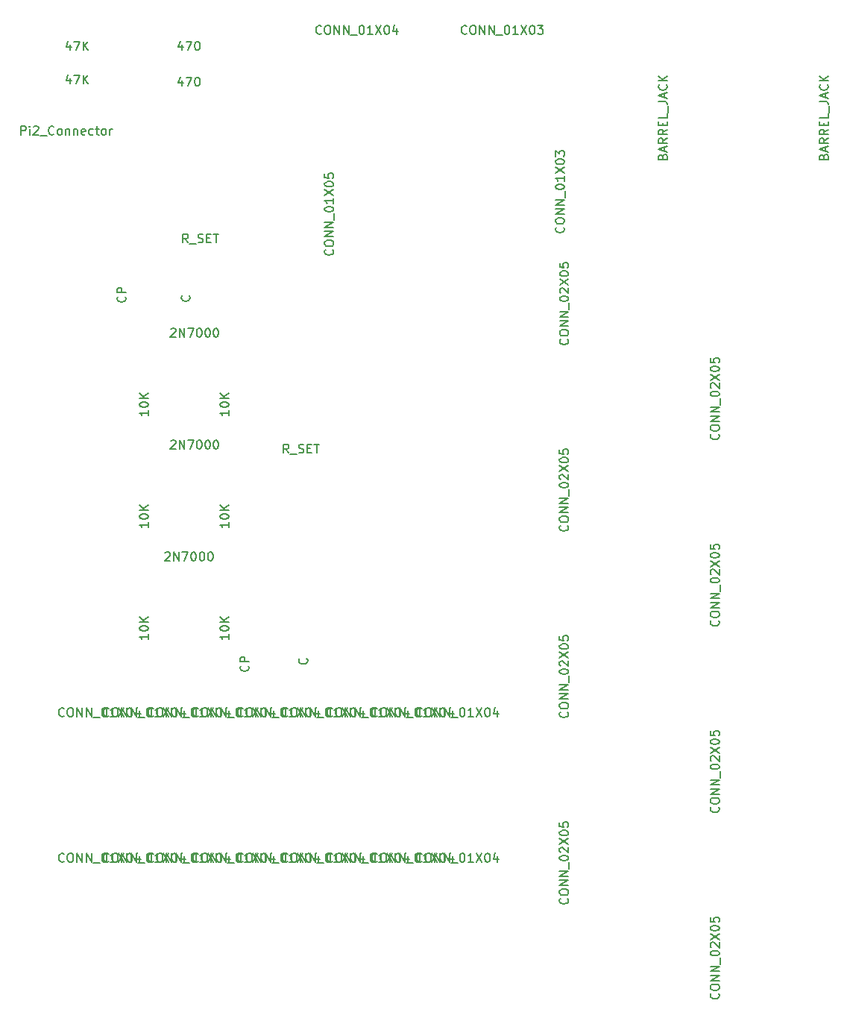
<source format=gbr>
G04 #@! TF.FileFunction,Other,Fab,Top*
%FSLAX46Y46*%
G04 Gerber Fmt 4.6, Leading zero omitted, Abs format (unit mm)*
G04 Created by KiCad (PCBNEW 4.0.2-stable) date Friday, 12 August 2016 'pmt' 16:12:33*
%MOMM*%
G01*
G04 APERTURE LIST*
%ADD10C,0.100000*%
%ADD11C,0.150000*%
G04 APERTURE END LIST*
D10*
D11*
X25767143Y-119840476D02*
X25814762Y-119888095D01*
X25862381Y-120030952D01*
X25862381Y-120126190D01*
X25814762Y-120269048D01*
X25719524Y-120364286D01*
X25624286Y-120411905D01*
X25433810Y-120459524D01*
X25290952Y-120459524D01*
X25100476Y-120411905D01*
X25005238Y-120364286D01*
X24910000Y-120269048D01*
X24862381Y-120126190D01*
X24862381Y-120030952D01*
X24910000Y-119888095D01*
X24957619Y-119840476D01*
X25862381Y-119411905D02*
X24862381Y-119411905D01*
X24862381Y-119030952D01*
X24910000Y-118935714D01*
X24957619Y-118888095D01*
X25052857Y-118840476D01*
X25195714Y-118840476D01*
X25290952Y-118888095D01*
X25338571Y-118935714D01*
X25386190Y-119030952D01*
X25386190Y-119411905D01*
X33052143Y-119745476D02*
X33099762Y-119793095D01*
X33147381Y-119935952D01*
X33147381Y-120031190D01*
X33099762Y-120174048D01*
X33004524Y-120269286D01*
X32909286Y-120316905D01*
X32718810Y-120364524D01*
X32575952Y-120364524D01*
X32385476Y-120316905D01*
X32290238Y-120269286D01*
X32195000Y-120174048D01*
X32147381Y-120031190D01*
X32147381Y-119935952D01*
X32195000Y-119793095D01*
X32242619Y-119745476D01*
X46387143Y-160940476D02*
X46434762Y-160988095D01*
X46482381Y-161130952D01*
X46482381Y-161226190D01*
X46434762Y-161369048D01*
X46339524Y-161464286D01*
X46244286Y-161511905D01*
X46053810Y-161559524D01*
X45910952Y-161559524D01*
X45720476Y-161511905D01*
X45625238Y-161464286D01*
X45530000Y-161369048D01*
X45482381Y-161226190D01*
X45482381Y-161130952D01*
X45530000Y-160988095D01*
X45577619Y-160940476D01*
X105084571Y-103972762D02*
X105132190Y-103829905D01*
X105179810Y-103782286D01*
X105275048Y-103734667D01*
X105417905Y-103734667D01*
X105513143Y-103782286D01*
X105560762Y-103829905D01*
X105608381Y-103925143D01*
X105608381Y-104306096D01*
X104608381Y-104306096D01*
X104608381Y-103972762D01*
X104656000Y-103877524D01*
X104703619Y-103829905D01*
X104798857Y-103782286D01*
X104894095Y-103782286D01*
X104989333Y-103829905D01*
X105036952Y-103877524D01*
X105084571Y-103972762D01*
X105084571Y-104306096D01*
X105322667Y-103353715D02*
X105322667Y-102877524D01*
X105608381Y-103448953D02*
X104608381Y-103115620D01*
X105608381Y-102782286D01*
X105608381Y-101877524D02*
X105132190Y-102210858D01*
X105608381Y-102448953D02*
X104608381Y-102448953D01*
X104608381Y-102068000D01*
X104656000Y-101972762D01*
X104703619Y-101925143D01*
X104798857Y-101877524D01*
X104941714Y-101877524D01*
X105036952Y-101925143D01*
X105084571Y-101972762D01*
X105132190Y-102068000D01*
X105132190Y-102448953D01*
X105608381Y-100877524D02*
X105132190Y-101210858D01*
X105608381Y-101448953D02*
X104608381Y-101448953D01*
X104608381Y-101068000D01*
X104656000Y-100972762D01*
X104703619Y-100925143D01*
X104798857Y-100877524D01*
X104941714Y-100877524D01*
X105036952Y-100925143D01*
X105084571Y-100972762D01*
X105132190Y-101068000D01*
X105132190Y-101448953D01*
X105084571Y-100448953D02*
X105084571Y-100115619D01*
X105608381Y-99972762D02*
X105608381Y-100448953D01*
X104608381Y-100448953D01*
X104608381Y-99972762D01*
X105608381Y-99068000D02*
X105608381Y-99544191D01*
X104608381Y-99544191D01*
X105703619Y-98972762D02*
X105703619Y-98210857D01*
X104608381Y-97687047D02*
X105322667Y-97687047D01*
X105465524Y-97734667D01*
X105560762Y-97829905D01*
X105608381Y-97972762D01*
X105608381Y-98068000D01*
X105322667Y-97258476D02*
X105322667Y-96782285D01*
X105608381Y-97353714D02*
X104608381Y-97020381D01*
X105608381Y-96687047D01*
X105513143Y-95782285D02*
X105560762Y-95829904D01*
X105608381Y-95972761D01*
X105608381Y-96067999D01*
X105560762Y-96210857D01*
X105465524Y-96306095D01*
X105370286Y-96353714D01*
X105179810Y-96401333D01*
X105036952Y-96401333D01*
X104846476Y-96353714D01*
X104751238Y-96306095D01*
X104656000Y-96210857D01*
X104608381Y-96067999D01*
X104608381Y-95972761D01*
X104656000Y-95829904D01*
X104703619Y-95782285D01*
X105608381Y-95353714D02*
X104608381Y-95353714D01*
X105608381Y-94782285D02*
X105036952Y-95210857D01*
X104608381Y-94782285D02*
X105179810Y-95353714D01*
X86796571Y-103972762D02*
X86844190Y-103829905D01*
X86891810Y-103782286D01*
X86987048Y-103734667D01*
X87129905Y-103734667D01*
X87225143Y-103782286D01*
X87272762Y-103829905D01*
X87320381Y-103925143D01*
X87320381Y-104306096D01*
X86320381Y-104306096D01*
X86320381Y-103972762D01*
X86368000Y-103877524D01*
X86415619Y-103829905D01*
X86510857Y-103782286D01*
X86606095Y-103782286D01*
X86701333Y-103829905D01*
X86748952Y-103877524D01*
X86796571Y-103972762D01*
X86796571Y-104306096D01*
X87034667Y-103353715D02*
X87034667Y-102877524D01*
X87320381Y-103448953D02*
X86320381Y-103115620D01*
X87320381Y-102782286D01*
X87320381Y-101877524D02*
X86844190Y-102210858D01*
X87320381Y-102448953D02*
X86320381Y-102448953D01*
X86320381Y-102068000D01*
X86368000Y-101972762D01*
X86415619Y-101925143D01*
X86510857Y-101877524D01*
X86653714Y-101877524D01*
X86748952Y-101925143D01*
X86796571Y-101972762D01*
X86844190Y-102068000D01*
X86844190Y-102448953D01*
X87320381Y-100877524D02*
X86844190Y-101210858D01*
X87320381Y-101448953D02*
X86320381Y-101448953D01*
X86320381Y-101068000D01*
X86368000Y-100972762D01*
X86415619Y-100925143D01*
X86510857Y-100877524D01*
X86653714Y-100877524D01*
X86748952Y-100925143D01*
X86796571Y-100972762D01*
X86844190Y-101068000D01*
X86844190Y-101448953D01*
X86796571Y-100448953D02*
X86796571Y-100115619D01*
X87320381Y-99972762D02*
X87320381Y-100448953D01*
X86320381Y-100448953D01*
X86320381Y-99972762D01*
X87320381Y-99068000D02*
X87320381Y-99544191D01*
X86320381Y-99544191D01*
X87415619Y-98972762D02*
X87415619Y-98210857D01*
X86320381Y-97687047D02*
X87034667Y-97687047D01*
X87177524Y-97734667D01*
X87272762Y-97829905D01*
X87320381Y-97972762D01*
X87320381Y-98068000D01*
X87034667Y-97258476D02*
X87034667Y-96782285D01*
X87320381Y-97353714D02*
X86320381Y-97020381D01*
X87320381Y-96687047D01*
X87225143Y-95782285D02*
X87272762Y-95829904D01*
X87320381Y-95972761D01*
X87320381Y-96067999D01*
X87272762Y-96210857D01*
X87177524Y-96306095D01*
X87082286Y-96353714D01*
X86891810Y-96401333D01*
X86748952Y-96401333D01*
X86558476Y-96353714D01*
X86463238Y-96306095D01*
X86368000Y-96210857D01*
X86320381Y-96067999D01*
X86320381Y-95972761D01*
X86368000Y-95829904D01*
X86415619Y-95782285D01*
X87320381Y-95353714D02*
X86320381Y-95353714D01*
X87320381Y-94782285D02*
X86748952Y-95210857D01*
X86320381Y-94782285D02*
X86891810Y-95353714D01*
X18836191Y-183947143D02*
X18788572Y-183994762D01*
X18645715Y-184042381D01*
X18550477Y-184042381D01*
X18407619Y-183994762D01*
X18312381Y-183899524D01*
X18264762Y-183804286D01*
X18217143Y-183613810D01*
X18217143Y-183470952D01*
X18264762Y-183280476D01*
X18312381Y-183185238D01*
X18407619Y-183090000D01*
X18550477Y-183042381D01*
X18645715Y-183042381D01*
X18788572Y-183090000D01*
X18836191Y-183137619D01*
X19455238Y-183042381D02*
X19645715Y-183042381D01*
X19740953Y-183090000D01*
X19836191Y-183185238D01*
X19883810Y-183375714D01*
X19883810Y-183709048D01*
X19836191Y-183899524D01*
X19740953Y-183994762D01*
X19645715Y-184042381D01*
X19455238Y-184042381D01*
X19360000Y-183994762D01*
X19264762Y-183899524D01*
X19217143Y-183709048D01*
X19217143Y-183375714D01*
X19264762Y-183185238D01*
X19360000Y-183090000D01*
X19455238Y-183042381D01*
X20312381Y-184042381D02*
X20312381Y-183042381D01*
X20883810Y-184042381D01*
X20883810Y-183042381D01*
X21360000Y-184042381D02*
X21360000Y-183042381D01*
X21931429Y-184042381D01*
X21931429Y-183042381D01*
X22169524Y-184137619D02*
X22931429Y-184137619D01*
X23360000Y-183042381D02*
X23455239Y-183042381D01*
X23550477Y-183090000D01*
X23598096Y-183137619D01*
X23645715Y-183232857D01*
X23693334Y-183423333D01*
X23693334Y-183661429D01*
X23645715Y-183851905D01*
X23598096Y-183947143D01*
X23550477Y-183994762D01*
X23455239Y-184042381D01*
X23360000Y-184042381D01*
X23264762Y-183994762D01*
X23217143Y-183947143D01*
X23169524Y-183851905D01*
X23121905Y-183661429D01*
X23121905Y-183423333D01*
X23169524Y-183232857D01*
X23217143Y-183137619D01*
X23264762Y-183090000D01*
X23360000Y-183042381D01*
X24645715Y-184042381D02*
X24074286Y-184042381D01*
X24360000Y-184042381D02*
X24360000Y-183042381D01*
X24264762Y-183185238D01*
X24169524Y-183280476D01*
X24074286Y-183328095D01*
X24979048Y-183042381D02*
X25645715Y-184042381D01*
X25645715Y-183042381D02*
X24979048Y-184042381D01*
X26217143Y-183042381D02*
X26312382Y-183042381D01*
X26407620Y-183090000D01*
X26455239Y-183137619D01*
X26502858Y-183232857D01*
X26550477Y-183423333D01*
X26550477Y-183661429D01*
X26502858Y-183851905D01*
X26455239Y-183947143D01*
X26407620Y-183994762D01*
X26312382Y-184042381D01*
X26217143Y-184042381D01*
X26121905Y-183994762D01*
X26074286Y-183947143D01*
X26026667Y-183851905D01*
X25979048Y-183661429D01*
X25979048Y-183423333D01*
X26026667Y-183232857D01*
X26074286Y-183137619D01*
X26121905Y-183090000D01*
X26217143Y-183042381D01*
X27407620Y-183375714D02*
X27407620Y-184042381D01*
X27169524Y-182994762D02*
X26931429Y-183709048D01*
X27550477Y-183709048D01*
X18836191Y-167437143D02*
X18788572Y-167484762D01*
X18645715Y-167532381D01*
X18550477Y-167532381D01*
X18407619Y-167484762D01*
X18312381Y-167389524D01*
X18264762Y-167294286D01*
X18217143Y-167103810D01*
X18217143Y-166960952D01*
X18264762Y-166770476D01*
X18312381Y-166675238D01*
X18407619Y-166580000D01*
X18550477Y-166532381D01*
X18645715Y-166532381D01*
X18788572Y-166580000D01*
X18836191Y-166627619D01*
X19455238Y-166532381D02*
X19645715Y-166532381D01*
X19740953Y-166580000D01*
X19836191Y-166675238D01*
X19883810Y-166865714D01*
X19883810Y-167199048D01*
X19836191Y-167389524D01*
X19740953Y-167484762D01*
X19645715Y-167532381D01*
X19455238Y-167532381D01*
X19360000Y-167484762D01*
X19264762Y-167389524D01*
X19217143Y-167199048D01*
X19217143Y-166865714D01*
X19264762Y-166675238D01*
X19360000Y-166580000D01*
X19455238Y-166532381D01*
X20312381Y-167532381D02*
X20312381Y-166532381D01*
X20883810Y-167532381D01*
X20883810Y-166532381D01*
X21360000Y-167532381D02*
X21360000Y-166532381D01*
X21931429Y-167532381D01*
X21931429Y-166532381D01*
X22169524Y-167627619D02*
X22931429Y-167627619D01*
X23360000Y-166532381D02*
X23455239Y-166532381D01*
X23550477Y-166580000D01*
X23598096Y-166627619D01*
X23645715Y-166722857D01*
X23693334Y-166913333D01*
X23693334Y-167151429D01*
X23645715Y-167341905D01*
X23598096Y-167437143D01*
X23550477Y-167484762D01*
X23455239Y-167532381D01*
X23360000Y-167532381D01*
X23264762Y-167484762D01*
X23217143Y-167437143D01*
X23169524Y-167341905D01*
X23121905Y-167151429D01*
X23121905Y-166913333D01*
X23169524Y-166722857D01*
X23217143Y-166627619D01*
X23264762Y-166580000D01*
X23360000Y-166532381D01*
X24645715Y-167532381D02*
X24074286Y-167532381D01*
X24360000Y-167532381D02*
X24360000Y-166532381D01*
X24264762Y-166675238D01*
X24169524Y-166770476D01*
X24074286Y-166818095D01*
X24979048Y-166532381D02*
X25645715Y-167532381D01*
X25645715Y-166532381D02*
X24979048Y-167532381D01*
X26217143Y-166532381D02*
X26312382Y-166532381D01*
X26407620Y-166580000D01*
X26455239Y-166627619D01*
X26502858Y-166722857D01*
X26550477Y-166913333D01*
X26550477Y-167151429D01*
X26502858Y-167341905D01*
X26455239Y-167437143D01*
X26407620Y-167484762D01*
X26312382Y-167532381D01*
X26217143Y-167532381D01*
X26121905Y-167484762D01*
X26074286Y-167437143D01*
X26026667Y-167341905D01*
X25979048Y-167151429D01*
X25979048Y-166913333D01*
X26026667Y-166722857D01*
X26074286Y-166627619D01*
X26121905Y-166580000D01*
X26217143Y-166532381D01*
X27407620Y-166865714D02*
X27407620Y-167532381D01*
X27169524Y-166484762D02*
X26931429Y-167199048D01*
X27550477Y-167199048D01*
X23916191Y-183947143D02*
X23868572Y-183994762D01*
X23725715Y-184042381D01*
X23630477Y-184042381D01*
X23487619Y-183994762D01*
X23392381Y-183899524D01*
X23344762Y-183804286D01*
X23297143Y-183613810D01*
X23297143Y-183470952D01*
X23344762Y-183280476D01*
X23392381Y-183185238D01*
X23487619Y-183090000D01*
X23630477Y-183042381D01*
X23725715Y-183042381D01*
X23868572Y-183090000D01*
X23916191Y-183137619D01*
X24535238Y-183042381D02*
X24725715Y-183042381D01*
X24820953Y-183090000D01*
X24916191Y-183185238D01*
X24963810Y-183375714D01*
X24963810Y-183709048D01*
X24916191Y-183899524D01*
X24820953Y-183994762D01*
X24725715Y-184042381D01*
X24535238Y-184042381D01*
X24440000Y-183994762D01*
X24344762Y-183899524D01*
X24297143Y-183709048D01*
X24297143Y-183375714D01*
X24344762Y-183185238D01*
X24440000Y-183090000D01*
X24535238Y-183042381D01*
X25392381Y-184042381D02*
X25392381Y-183042381D01*
X25963810Y-184042381D01*
X25963810Y-183042381D01*
X26440000Y-184042381D02*
X26440000Y-183042381D01*
X27011429Y-184042381D01*
X27011429Y-183042381D01*
X27249524Y-184137619D02*
X28011429Y-184137619D01*
X28440000Y-183042381D02*
X28535239Y-183042381D01*
X28630477Y-183090000D01*
X28678096Y-183137619D01*
X28725715Y-183232857D01*
X28773334Y-183423333D01*
X28773334Y-183661429D01*
X28725715Y-183851905D01*
X28678096Y-183947143D01*
X28630477Y-183994762D01*
X28535239Y-184042381D01*
X28440000Y-184042381D01*
X28344762Y-183994762D01*
X28297143Y-183947143D01*
X28249524Y-183851905D01*
X28201905Y-183661429D01*
X28201905Y-183423333D01*
X28249524Y-183232857D01*
X28297143Y-183137619D01*
X28344762Y-183090000D01*
X28440000Y-183042381D01*
X29725715Y-184042381D02*
X29154286Y-184042381D01*
X29440000Y-184042381D02*
X29440000Y-183042381D01*
X29344762Y-183185238D01*
X29249524Y-183280476D01*
X29154286Y-183328095D01*
X30059048Y-183042381D02*
X30725715Y-184042381D01*
X30725715Y-183042381D02*
X30059048Y-184042381D01*
X31297143Y-183042381D02*
X31392382Y-183042381D01*
X31487620Y-183090000D01*
X31535239Y-183137619D01*
X31582858Y-183232857D01*
X31630477Y-183423333D01*
X31630477Y-183661429D01*
X31582858Y-183851905D01*
X31535239Y-183947143D01*
X31487620Y-183994762D01*
X31392382Y-184042381D01*
X31297143Y-184042381D01*
X31201905Y-183994762D01*
X31154286Y-183947143D01*
X31106667Y-183851905D01*
X31059048Y-183661429D01*
X31059048Y-183423333D01*
X31106667Y-183232857D01*
X31154286Y-183137619D01*
X31201905Y-183090000D01*
X31297143Y-183042381D01*
X32487620Y-183375714D02*
X32487620Y-184042381D01*
X32249524Y-182994762D02*
X32011429Y-183709048D01*
X32630477Y-183709048D01*
X23916191Y-167437143D02*
X23868572Y-167484762D01*
X23725715Y-167532381D01*
X23630477Y-167532381D01*
X23487619Y-167484762D01*
X23392381Y-167389524D01*
X23344762Y-167294286D01*
X23297143Y-167103810D01*
X23297143Y-166960952D01*
X23344762Y-166770476D01*
X23392381Y-166675238D01*
X23487619Y-166580000D01*
X23630477Y-166532381D01*
X23725715Y-166532381D01*
X23868572Y-166580000D01*
X23916191Y-166627619D01*
X24535238Y-166532381D02*
X24725715Y-166532381D01*
X24820953Y-166580000D01*
X24916191Y-166675238D01*
X24963810Y-166865714D01*
X24963810Y-167199048D01*
X24916191Y-167389524D01*
X24820953Y-167484762D01*
X24725715Y-167532381D01*
X24535238Y-167532381D01*
X24440000Y-167484762D01*
X24344762Y-167389524D01*
X24297143Y-167199048D01*
X24297143Y-166865714D01*
X24344762Y-166675238D01*
X24440000Y-166580000D01*
X24535238Y-166532381D01*
X25392381Y-167532381D02*
X25392381Y-166532381D01*
X25963810Y-167532381D01*
X25963810Y-166532381D01*
X26440000Y-167532381D02*
X26440000Y-166532381D01*
X27011429Y-167532381D01*
X27011429Y-166532381D01*
X27249524Y-167627619D02*
X28011429Y-167627619D01*
X28440000Y-166532381D02*
X28535239Y-166532381D01*
X28630477Y-166580000D01*
X28678096Y-166627619D01*
X28725715Y-166722857D01*
X28773334Y-166913333D01*
X28773334Y-167151429D01*
X28725715Y-167341905D01*
X28678096Y-167437143D01*
X28630477Y-167484762D01*
X28535239Y-167532381D01*
X28440000Y-167532381D01*
X28344762Y-167484762D01*
X28297143Y-167437143D01*
X28249524Y-167341905D01*
X28201905Y-167151429D01*
X28201905Y-166913333D01*
X28249524Y-166722857D01*
X28297143Y-166627619D01*
X28344762Y-166580000D01*
X28440000Y-166532381D01*
X29725715Y-167532381D02*
X29154286Y-167532381D01*
X29440000Y-167532381D02*
X29440000Y-166532381D01*
X29344762Y-166675238D01*
X29249524Y-166770476D01*
X29154286Y-166818095D01*
X30059048Y-166532381D02*
X30725715Y-167532381D01*
X30725715Y-166532381D02*
X30059048Y-167532381D01*
X31297143Y-166532381D02*
X31392382Y-166532381D01*
X31487620Y-166580000D01*
X31535239Y-166627619D01*
X31582858Y-166722857D01*
X31630477Y-166913333D01*
X31630477Y-167151429D01*
X31582858Y-167341905D01*
X31535239Y-167437143D01*
X31487620Y-167484762D01*
X31392382Y-167532381D01*
X31297143Y-167532381D01*
X31201905Y-167484762D01*
X31154286Y-167437143D01*
X31106667Y-167341905D01*
X31059048Y-167151429D01*
X31059048Y-166913333D01*
X31106667Y-166722857D01*
X31154286Y-166627619D01*
X31201905Y-166580000D01*
X31297143Y-166532381D01*
X32487620Y-166865714D02*
X32487620Y-167532381D01*
X32249524Y-166484762D02*
X32011429Y-167199048D01*
X32630477Y-167199048D01*
X28996191Y-183947143D02*
X28948572Y-183994762D01*
X28805715Y-184042381D01*
X28710477Y-184042381D01*
X28567619Y-183994762D01*
X28472381Y-183899524D01*
X28424762Y-183804286D01*
X28377143Y-183613810D01*
X28377143Y-183470952D01*
X28424762Y-183280476D01*
X28472381Y-183185238D01*
X28567619Y-183090000D01*
X28710477Y-183042381D01*
X28805715Y-183042381D01*
X28948572Y-183090000D01*
X28996191Y-183137619D01*
X29615238Y-183042381D02*
X29805715Y-183042381D01*
X29900953Y-183090000D01*
X29996191Y-183185238D01*
X30043810Y-183375714D01*
X30043810Y-183709048D01*
X29996191Y-183899524D01*
X29900953Y-183994762D01*
X29805715Y-184042381D01*
X29615238Y-184042381D01*
X29520000Y-183994762D01*
X29424762Y-183899524D01*
X29377143Y-183709048D01*
X29377143Y-183375714D01*
X29424762Y-183185238D01*
X29520000Y-183090000D01*
X29615238Y-183042381D01*
X30472381Y-184042381D02*
X30472381Y-183042381D01*
X31043810Y-184042381D01*
X31043810Y-183042381D01*
X31520000Y-184042381D02*
X31520000Y-183042381D01*
X32091429Y-184042381D01*
X32091429Y-183042381D01*
X32329524Y-184137619D02*
X33091429Y-184137619D01*
X33520000Y-183042381D02*
X33615239Y-183042381D01*
X33710477Y-183090000D01*
X33758096Y-183137619D01*
X33805715Y-183232857D01*
X33853334Y-183423333D01*
X33853334Y-183661429D01*
X33805715Y-183851905D01*
X33758096Y-183947143D01*
X33710477Y-183994762D01*
X33615239Y-184042381D01*
X33520000Y-184042381D01*
X33424762Y-183994762D01*
X33377143Y-183947143D01*
X33329524Y-183851905D01*
X33281905Y-183661429D01*
X33281905Y-183423333D01*
X33329524Y-183232857D01*
X33377143Y-183137619D01*
X33424762Y-183090000D01*
X33520000Y-183042381D01*
X34805715Y-184042381D02*
X34234286Y-184042381D01*
X34520000Y-184042381D02*
X34520000Y-183042381D01*
X34424762Y-183185238D01*
X34329524Y-183280476D01*
X34234286Y-183328095D01*
X35139048Y-183042381D02*
X35805715Y-184042381D01*
X35805715Y-183042381D02*
X35139048Y-184042381D01*
X36377143Y-183042381D02*
X36472382Y-183042381D01*
X36567620Y-183090000D01*
X36615239Y-183137619D01*
X36662858Y-183232857D01*
X36710477Y-183423333D01*
X36710477Y-183661429D01*
X36662858Y-183851905D01*
X36615239Y-183947143D01*
X36567620Y-183994762D01*
X36472382Y-184042381D01*
X36377143Y-184042381D01*
X36281905Y-183994762D01*
X36234286Y-183947143D01*
X36186667Y-183851905D01*
X36139048Y-183661429D01*
X36139048Y-183423333D01*
X36186667Y-183232857D01*
X36234286Y-183137619D01*
X36281905Y-183090000D01*
X36377143Y-183042381D01*
X37567620Y-183375714D02*
X37567620Y-184042381D01*
X37329524Y-182994762D02*
X37091429Y-183709048D01*
X37710477Y-183709048D01*
X28996191Y-167437143D02*
X28948572Y-167484762D01*
X28805715Y-167532381D01*
X28710477Y-167532381D01*
X28567619Y-167484762D01*
X28472381Y-167389524D01*
X28424762Y-167294286D01*
X28377143Y-167103810D01*
X28377143Y-166960952D01*
X28424762Y-166770476D01*
X28472381Y-166675238D01*
X28567619Y-166580000D01*
X28710477Y-166532381D01*
X28805715Y-166532381D01*
X28948572Y-166580000D01*
X28996191Y-166627619D01*
X29615238Y-166532381D02*
X29805715Y-166532381D01*
X29900953Y-166580000D01*
X29996191Y-166675238D01*
X30043810Y-166865714D01*
X30043810Y-167199048D01*
X29996191Y-167389524D01*
X29900953Y-167484762D01*
X29805715Y-167532381D01*
X29615238Y-167532381D01*
X29520000Y-167484762D01*
X29424762Y-167389524D01*
X29377143Y-167199048D01*
X29377143Y-166865714D01*
X29424762Y-166675238D01*
X29520000Y-166580000D01*
X29615238Y-166532381D01*
X30472381Y-167532381D02*
X30472381Y-166532381D01*
X31043810Y-167532381D01*
X31043810Y-166532381D01*
X31520000Y-167532381D02*
X31520000Y-166532381D01*
X32091429Y-167532381D01*
X32091429Y-166532381D01*
X32329524Y-167627619D02*
X33091429Y-167627619D01*
X33520000Y-166532381D02*
X33615239Y-166532381D01*
X33710477Y-166580000D01*
X33758096Y-166627619D01*
X33805715Y-166722857D01*
X33853334Y-166913333D01*
X33853334Y-167151429D01*
X33805715Y-167341905D01*
X33758096Y-167437143D01*
X33710477Y-167484762D01*
X33615239Y-167532381D01*
X33520000Y-167532381D01*
X33424762Y-167484762D01*
X33377143Y-167437143D01*
X33329524Y-167341905D01*
X33281905Y-167151429D01*
X33281905Y-166913333D01*
X33329524Y-166722857D01*
X33377143Y-166627619D01*
X33424762Y-166580000D01*
X33520000Y-166532381D01*
X34805715Y-167532381D02*
X34234286Y-167532381D01*
X34520000Y-167532381D02*
X34520000Y-166532381D01*
X34424762Y-166675238D01*
X34329524Y-166770476D01*
X34234286Y-166818095D01*
X35139048Y-166532381D02*
X35805715Y-167532381D01*
X35805715Y-166532381D02*
X35139048Y-167532381D01*
X36377143Y-166532381D02*
X36472382Y-166532381D01*
X36567620Y-166580000D01*
X36615239Y-166627619D01*
X36662858Y-166722857D01*
X36710477Y-166913333D01*
X36710477Y-167151429D01*
X36662858Y-167341905D01*
X36615239Y-167437143D01*
X36567620Y-167484762D01*
X36472382Y-167532381D01*
X36377143Y-167532381D01*
X36281905Y-167484762D01*
X36234286Y-167437143D01*
X36186667Y-167341905D01*
X36139048Y-167151429D01*
X36139048Y-166913333D01*
X36186667Y-166722857D01*
X36234286Y-166627619D01*
X36281905Y-166580000D01*
X36377143Y-166532381D01*
X37567620Y-166865714D02*
X37567620Y-167532381D01*
X37329524Y-166484762D02*
X37091429Y-167199048D01*
X37710477Y-167199048D01*
X34076191Y-183947143D02*
X34028572Y-183994762D01*
X33885715Y-184042381D01*
X33790477Y-184042381D01*
X33647619Y-183994762D01*
X33552381Y-183899524D01*
X33504762Y-183804286D01*
X33457143Y-183613810D01*
X33457143Y-183470952D01*
X33504762Y-183280476D01*
X33552381Y-183185238D01*
X33647619Y-183090000D01*
X33790477Y-183042381D01*
X33885715Y-183042381D01*
X34028572Y-183090000D01*
X34076191Y-183137619D01*
X34695238Y-183042381D02*
X34885715Y-183042381D01*
X34980953Y-183090000D01*
X35076191Y-183185238D01*
X35123810Y-183375714D01*
X35123810Y-183709048D01*
X35076191Y-183899524D01*
X34980953Y-183994762D01*
X34885715Y-184042381D01*
X34695238Y-184042381D01*
X34600000Y-183994762D01*
X34504762Y-183899524D01*
X34457143Y-183709048D01*
X34457143Y-183375714D01*
X34504762Y-183185238D01*
X34600000Y-183090000D01*
X34695238Y-183042381D01*
X35552381Y-184042381D02*
X35552381Y-183042381D01*
X36123810Y-184042381D01*
X36123810Y-183042381D01*
X36600000Y-184042381D02*
X36600000Y-183042381D01*
X37171429Y-184042381D01*
X37171429Y-183042381D01*
X37409524Y-184137619D02*
X38171429Y-184137619D01*
X38600000Y-183042381D02*
X38695239Y-183042381D01*
X38790477Y-183090000D01*
X38838096Y-183137619D01*
X38885715Y-183232857D01*
X38933334Y-183423333D01*
X38933334Y-183661429D01*
X38885715Y-183851905D01*
X38838096Y-183947143D01*
X38790477Y-183994762D01*
X38695239Y-184042381D01*
X38600000Y-184042381D01*
X38504762Y-183994762D01*
X38457143Y-183947143D01*
X38409524Y-183851905D01*
X38361905Y-183661429D01*
X38361905Y-183423333D01*
X38409524Y-183232857D01*
X38457143Y-183137619D01*
X38504762Y-183090000D01*
X38600000Y-183042381D01*
X39885715Y-184042381D02*
X39314286Y-184042381D01*
X39600000Y-184042381D02*
X39600000Y-183042381D01*
X39504762Y-183185238D01*
X39409524Y-183280476D01*
X39314286Y-183328095D01*
X40219048Y-183042381D02*
X40885715Y-184042381D01*
X40885715Y-183042381D02*
X40219048Y-184042381D01*
X41457143Y-183042381D02*
X41552382Y-183042381D01*
X41647620Y-183090000D01*
X41695239Y-183137619D01*
X41742858Y-183232857D01*
X41790477Y-183423333D01*
X41790477Y-183661429D01*
X41742858Y-183851905D01*
X41695239Y-183947143D01*
X41647620Y-183994762D01*
X41552382Y-184042381D01*
X41457143Y-184042381D01*
X41361905Y-183994762D01*
X41314286Y-183947143D01*
X41266667Y-183851905D01*
X41219048Y-183661429D01*
X41219048Y-183423333D01*
X41266667Y-183232857D01*
X41314286Y-183137619D01*
X41361905Y-183090000D01*
X41457143Y-183042381D01*
X42647620Y-183375714D02*
X42647620Y-184042381D01*
X42409524Y-182994762D02*
X42171429Y-183709048D01*
X42790477Y-183709048D01*
X34076191Y-167437143D02*
X34028572Y-167484762D01*
X33885715Y-167532381D01*
X33790477Y-167532381D01*
X33647619Y-167484762D01*
X33552381Y-167389524D01*
X33504762Y-167294286D01*
X33457143Y-167103810D01*
X33457143Y-166960952D01*
X33504762Y-166770476D01*
X33552381Y-166675238D01*
X33647619Y-166580000D01*
X33790477Y-166532381D01*
X33885715Y-166532381D01*
X34028572Y-166580000D01*
X34076191Y-166627619D01*
X34695238Y-166532381D02*
X34885715Y-166532381D01*
X34980953Y-166580000D01*
X35076191Y-166675238D01*
X35123810Y-166865714D01*
X35123810Y-167199048D01*
X35076191Y-167389524D01*
X34980953Y-167484762D01*
X34885715Y-167532381D01*
X34695238Y-167532381D01*
X34600000Y-167484762D01*
X34504762Y-167389524D01*
X34457143Y-167199048D01*
X34457143Y-166865714D01*
X34504762Y-166675238D01*
X34600000Y-166580000D01*
X34695238Y-166532381D01*
X35552381Y-167532381D02*
X35552381Y-166532381D01*
X36123810Y-167532381D01*
X36123810Y-166532381D01*
X36600000Y-167532381D02*
X36600000Y-166532381D01*
X37171429Y-167532381D01*
X37171429Y-166532381D01*
X37409524Y-167627619D02*
X38171429Y-167627619D01*
X38600000Y-166532381D02*
X38695239Y-166532381D01*
X38790477Y-166580000D01*
X38838096Y-166627619D01*
X38885715Y-166722857D01*
X38933334Y-166913333D01*
X38933334Y-167151429D01*
X38885715Y-167341905D01*
X38838096Y-167437143D01*
X38790477Y-167484762D01*
X38695239Y-167532381D01*
X38600000Y-167532381D01*
X38504762Y-167484762D01*
X38457143Y-167437143D01*
X38409524Y-167341905D01*
X38361905Y-167151429D01*
X38361905Y-166913333D01*
X38409524Y-166722857D01*
X38457143Y-166627619D01*
X38504762Y-166580000D01*
X38600000Y-166532381D01*
X39885715Y-167532381D02*
X39314286Y-167532381D01*
X39600000Y-167532381D02*
X39600000Y-166532381D01*
X39504762Y-166675238D01*
X39409524Y-166770476D01*
X39314286Y-166818095D01*
X40219048Y-166532381D02*
X40885715Y-167532381D01*
X40885715Y-166532381D02*
X40219048Y-167532381D01*
X41457143Y-166532381D02*
X41552382Y-166532381D01*
X41647620Y-166580000D01*
X41695239Y-166627619D01*
X41742858Y-166722857D01*
X41790477Y-166913333D01*
X41790477Y-167151429D01*
X41742858Y-167341905D01*
X41695239Y-167437143D01*
X41647620Y-167484762D01*
X41552382Y-167532381D01*
X41457143Y-167532381D01*
X41361905Y-167484762D01*
X41314286Y-167437143D01*
X41266667Y-167341905D01*
X41219048Y-167151429D01*
X41219048Y-166913333D01*
X41266667Y-166722857D01*
X41314286Y-166627619D01*
X41361905Y-166580000D01*
X41457143Y-166532381D01*
X42647620Y-166865714D02*
X42647620Y-167532381D01*
X42409524Y-166484762D02*
X42171429Y-167199048D01*
X42790477Y-167199048D01*
X39156191Y-183947143D02*
X39108572Y-183994762D01*
X38965715Y-184042381D01*
X38870477Y-184042381D01*
X38727619Y-183994762D01*
X38632381Y-183899524D01*
X38584762Y-183804286D01*
X38537143Y-183613810D01*
X38537143Y-183470952D01*
X38584762Y-183280476D01*
X38632381Y-183185238D01*
X38727619Y-183090000D01*
X38870477Y-183042381D01*
X38965715Y-183042381D01*
X39108572Y-183090000D01*
X39156191Y-183137619D01*
X39775238Y-183042381D02*
X39965715Y-183042381D01*
X40060953Y-183090000D01*
X40156191Y-183185238D01*
X40203810Y-183375714D01*
X40203810Y-183709048D01*
X40156191Y-183899524D01*
X40060953Y-183994762D01*
X39965715Y-184042381D01*
X39775238Y-184042381D01*
X39680000Y-183994762D01*
X39584762Y-183899524D01*
X39537143Y-183709048D01*
X39537143Y-183375714D01*
X39584762Y-183185238D01*
X39680000Y-183090000D01*
X39775238Y-183042381D01*
X40632381Y-184042381D02*
X40632381Y-183042381D01*
X41203810Y-184042381D01*
X41203810Y-183042381D01*
X41680000Y-184042381D02*
X41680000Y-183042381D01*
X42251429Y-184042381D01*
X42251429Y-183042381D01*
X42489524Y-184137619D02*
X43251429Y-184137619D01*
X43680000Y-183042381D02*
X43775239Y-183042381D01*
X43870477Y-183090000D01*
X43918096Y-183137619D01*
X43965715Y-183232857D01*
X44013334Y-183423333D01*
X44013334Y-183661429D01*
X43965715Y-183851905D01*
X43918096Y-183947143D01*
X43870477Y-183994762D01*
X43775239Y-184042381D01*
X43680000Y-184042381D01*
X43584762Y-183994762D01*
X43537143Y-183947143D01*
X43489524Y-183851905D01*
X43441905Y-183661429D01*
X43441905Y-183423333D01*
X43489524Y-183232857D01*
X43537143Y-183137619D01*
X43584762Y-183090000D01*
X43680000Y-183042381D01*
X44965715Y-184042381D02*
X44394286Y-184042381D01*
X44680000Y-184042381D02*
X44680000Y-183042381D01*
X44584762Y-183185238D01*
X44489524Y-183280476D01*
X44394286Y-183328095D01*
X45299048Y-183042381D02*
X45965715Y-184042381D01*
X45965715Y-183042381D02*
X45299048Y-184042381D01*
X46537143Y-183042381D02*
X46632382Y-183042381D01*
X46727620Y-183090000D01*
X46775239Y-183137619D01*
X46822858Y-183232857D01*
X46870477Y-183423333D01*
X46870477Y-183661429D01*
X46822858Y-183851905D01*
X46775239Y-183947143D01*
X46727620Y-183994762D01*
X46632382Y-184042381D01*
X46537143Y-184042381D01*
X46441905Y-183994762D01*
X46394286Y-183947143D01*
X46346667Y-183851905D01*
X46299048Y-183661429D01*
X46299048Y-183423333D01*
X46346667Y-183232857D01*
X46394286Y-183137619D01*
X46441905Y-183090000D01*
X46537143Y-183042381D01*
X47727620Y-183375714D02*
X47727620Y-184042381D01*
X47489524Y-182994762D02*
X47251429Y-183709048D01*
X47870477Y-183709048D01*
X39156191Y-167437143D02*
X39108572Y-167484762D01*
X38965715Y-167532381D01*
X38870477Y-167532381D01*
X38727619Y-167484762D01*
X38632381Y-167389524D01*
X38584762Y-167294286D01*
X38537143Y-167103810D01*
X38537143Y-166960952D01*
X38584762Y-166770476D01*
X38632381Y-166675238D01*
X38727619Y-166580000D01*
X38870477Y-166532381D01*
X38965715Y-166532381D01*
X39108572Y-166580000D01*
X39156191Y-166627619D01*
X39775238Y-166532381D02*
X39965715Y-166532381D01*
X40060953Y-166580000D01*
X40156191Y-166675238D01*
X40203810Y-166865714D01*
X40203810Y-167199048D01*
X40156191Y-167389524D01*
X40060953Y-167484762D01*
X39965715Y-167532381D01*
X39775238Y-167532381D01*
X39680000Y-167484762D01*
X39584762Y-167389524D01*
X39537143Y-167199048D01*
X39537143Y-166865714D01*
X39584762Y-166675238D01*
X39680000Y-166580000D01*
X39775238Y-166532381D01*
X40632381Y-167532381D02*
X40632381Y-166532381D01*
X41203810Y-167532381D01*
X41203810Y-166532381D01*
X41680000Y-167532381D02*
X41680000Y-166532381D01*
X42251429Y-167532381D01*
X42251429Y-166532381D01*
X42489524Y-167627619D02*
X43251429Y-167627619D01*
X43680000Y-166532381D02*
X43775239Y-166532381D01*
X43870477Y-166580000D01*
X43918096Y-166627619D01*
X43965715Y-166722857D01*
X44013334Y-166913333D01*
X44013334Y-167151429D01*
X43965715Y-167341905D01*
X43918096Y-167437143D01*
X43870477Y-167484762D01*
X43775239Y-167532381D01*
X43680000Y-167532381D01*
X43584762Y-167484762D01*
X43537143Y-167437143D01*
X43489524Y-167341905D01*
X43441905Y-167151429D01*
X43441905Y-166913333D01*
X43489524Y-166722857D01*
X43537143Y-166627619D01*
X43584762Y-166580000D01*
X43680000Y-166532381D01*
X44965715Y-167532381D02*
X44394286Y-167532381D01*
X44680000Y-167532381D02*
X44680000Y-166532381D01*
X44584762Y-166675238D01*
X44489524Y-166770476D01*
X44394286Y-166818095D01*
X45299048Y-166532381D02*
X45965715Y-167532381D01*
X45965715Y-166532381D02*
X45299048Y-167532381D01*
X46537143Y-166532381D02*
X46632382Y-166532381D01*
X46727620Y-166580000D01*
X46775239Y-166627619D01*
X46822858Y-166722857D01*
X46870477Y-166913333D01*
X46870477Y-167151429D01*
X46822858Y-167341905D01*
X46775239Y-167437143D01*
X46727620Y-167484762D01*
X46632382Y-167532381D01*
X46537143Y-167532381D01*
X46441905Y-167484762D01*
X46394286Y-167437143D01*
X46346667Y-167341905D01*
X46299048Y-167151429D01*
X46299048Y-166913333D01*
X46346667Y-166722857D01*
X46394286Y-166627619D01*
X46441905Y-166580000D01*
X46537143Y-166532381D01*
X47727620Y-166865714D02*
X47727620Y-167532381D01*
X47489524Y-166484762D02*
X47251429Y-167199048D01*
X47870477Y-167199048D01*
X44236191Y-183947143D02*
X44188572Y-183994762D01*
X44045715Y-184042381D01*
X43950477Y-184042381D01*
X43807619Y-183994762D01*
X43712381Y-183899524D01*
X43664762Y-183804286D01*
X43617143Y-183613810D01*
X43617143Y-183470952D01*
X43664762Y-183280476D01*
X43712381Y-183185238D01*
X43807619Y-183090000D01*
X43950477Y-183042381D01*
X44045715Y-183042381D01*
X44188572Y-183090000D01*
X44236191Y-183137619D01*
X44855238Y-183042381D02*
X45045715Y-183042381D01*
X45140953Y-183090000D01*
X45236191Y-183185238D01*
X45283810Y-183375714D01*
X45283810Y-183709048D01*
X45236191Y-183899524D01*
X45140953Y-183994762D01*
X45045715Y-184042381D01*
X44855238Y-184042381D01*
X44760000Y-183994762D01*
X44664762Y-183899524D01*
X44617143Y-183709048D01*
X44617143Y-183375714D01*
X44664762Y-183185238D01*
X44760000Y-183090000D01*
X44855238Y-183042381D01*
X45712381Y-184042381D02*
X45712381Y-183042381D01*
X46283810Y-184042381D01*
X46283810Y-183042381D01*
X46760000Y-184042381D02*
X46760000Y-183042381D01*
X47331429Y-184042381D01*
X47331429Y-183042381D01*
X47569524Y-184137619D02*
X48331429Y-184137619D01*
X48760000Y-183042381D02*
X48855239Y-183042381D01*
X48950477Y-183090000D01*
X48998096Y-183137619D01*
X49045715Y-183232857D01*
X49093334Y-183423333D01*
X49093334Y-183661429D01*
X49045715Y-183851905D01*
X48998096Y-183947143D01*
X48950477Y-183994762D01*
X48855239Y-184042381D01*
X48760000Y-184042381D01*
X48664762Y-183994762D01*
X48617143Y-183947143D01*
X48569524Y-183851905D01*
X48521905Y-183661429D01*
X48521905Y-183423333D01*
X48569524Y-183232857D01*
X48617143Y-183137619D01*
X48664762Y-183090000D01*
X48760000Y-183042381D01*
X50045715Y-184042381D02*
X49474286Y-184042381D01*
X49760000Y-184042381D02*
X49760000Y-183042381D01*
X49664762Y-183185238D01*
X49569524Y-183280476D01*
X49474286Y-183328095D01*
X50379048Y-183042381D02*
X51045715Y-184042381D01*
X51045715Y-183042381D02*
X50379048Y-184042381D01*
X51617143Y-183042381D02*
X51712382Y-183042381D01*
X51807620Y-183090000D01*
X51855239Y-183137619D01*
X51902858Y-183232857D01*
X51950477Y-183423333D01*
X51950477Y-183661429D01*
X51902858Y-183851905D01*
X51855239Y-183947143D01*
X51807620Y-183994762D01*
X51712382Y-184042381D01*
X51617143Y-184042381D01*
X51521905Y-183994762D01*
X51474286Y-183947143D01*
X51426667Y-183851905D01*
X51379048Y-183661429D01*
X51379048Y-183423333D01*
X51426667Y-183232857D01*
X51474286Y-183137619D01*
X51521905Y-183090000D01*
X51617143Y-183042381D01*
X52807620Y-183375714D02*
X52807620Y-184042381D01*
X52569524Y-182994762D02*
X52331429Y-183709048D01*
X52950477Y-183709048D01*
X44236191Y-167437143D02*
X44188572Y-167484762D01*
X44045715Y-167532381D01*
X43950477Y-167532381D01*
X43807619Y-167484762D01*
X43712381Y-167389524D01*
X43664762Y-167294286D01*
X43617143Y-167103810D01*
X43617143Y-166960952D01*
X43664762Y-166770476D01*
X43712381Y-166675238D01*
X43807619Y-166580000D01*
X43950477Y-166532381D01*
X44045715Y-166532381D01*
X44188572Y-166580000D01*
X44236191Y-166627619D01*
X44855238Y-166532381D02*
X45045715Y-166532381D01*
X45140953Y-166580000D01*
X45236191Y-166675238D01*
X45283810Y-166865714D01*
X45283810Y-167199048D01*
X45236191Y-167389524D01*
X45140953Y-167484762D01*
X45045715Y-167532381D01*
X44855238Y-167532381D01*
X44760000Y-167484762D01*
X44664762Y-167389524D01*
X44617143Y-167199048D01*
X44617143Y-166865714D01*
X44664762Y-166675238D01*
X44760000Y-166580000D01*
X44855238Y-166532381D01*
X45712381Y-167532381D02*
X45712381Y-166532381D01*
X46283810Y-167532381D01*
X46283810Y-166532381D01*
X46760000Y-167532381D02*
X46760000Y-166532381D01*
X47331429Y-167532381D01*
X47331429Y-166532381D01*
X47569524Y-167627619D02*
X48331429Y-167627619D01*
X48760000Y-166532381D02*
X48855239Y-166532381D01*
X48950477Y-166580000D01*
X48998096Y-166627619D01*
X49045715Y-166722857D01*
X49093334Y-166913333D01*
X49093334Y-167151429D01*
X49045715Y-167341905D01*
X48998096Y-167437143D01*
X48950477Y-167484762D01*
X48855239Y-167532381D01*
X48760000Y-167532381D01*
X48664762Y-167484762D01*
X48617143Y-167437143D01*
X48569524Y-167341905D01*
X48521905Y-167151429D01*
X48521905Y-166913333D01*
X48569524Y-166722857D01*
X48617143Y-166627619D01*
X48664762Y-166580000D01*
X48760000Y-166532381D01*
X50045715Y-167532381D02*
X49474286Y-167532381D01*
X49760000Y-167532381D02*
X49760000Y-166532381D01*
X49664762Y-166675238D01*
X49569524Y-166770476D01*
X49474286Y-166818095D01*
X50379048Y-166532381D02*
X51045715Y-167532381D01*
X51045715Y-166532381D02*
X50379048Y-167532381D01*
X51617143Y-166532381D02*
X51712382Y-166532381D01*
X51807620Y-166580000D01*
X51855239Y-166627619D01*
X51902858Y-166722857D01*
X51950477Y-166913333D01*
X51950477Y-167151429D01*
X51902858Y-167341905D01*
X51855239Y-167437143D01*
X51807620Y-167484762D01*
X51712382Y-167532381D01*
X51617143Y-167532381D01*
X51521905Y-167484762D01*
X51474286Y-167437143D01*
X51426667Y-167341905D01*
X51379048Y-167151429D01*
X51379048Y-166913333D01*
X51426667Y-166722857D01*
X51474286Y-166627619D01*
X51521905Y-166580000D01*
X51617143Y-166532381D01*
X52807620Y-166865714D02*
X52807620Y-167532381D01*
X52569524Y-166484762D02*
X52331429Y-167199048D01*
X52950477Y-167199048D01*
X49316191Y-183947143D02*
X49268572Y-183994762D01*
X49125715Y-184042381D01*
X49030477Y-184042381D01*
X48887619Y-183994762D01*
X48792381Y-183899524D01*
X48744762Y-183804286D01*
X48697143Y-183613810D01*
X48697143Y-183470952D01*
X48744762Y-183280476D01*
X48792381Y-183185238D01*
X48887619Y-183090000D01*
X49030477Y-183042381D01*
X49125715Y-183042381D01*
X49268572Y-183090000D01*
X49316191Y-183137619D01*
X49935238Y-183042381D02*
X50125715Y-183042381D01*
X50220953Y-183090000D01*
X50316191Y-183185238D01*
X50363810Y-183375714D01*
X50363810Y-183709048D01*
X50316191Y-183899524D01*
X50220953Y-183994762D01*
X50125715Y-184042381D01*
X49935238Y-184042381D01*
X49840000Y-183994762D01*
X49744762Y-183899524D01*
X49697143Y-183709048D01*
X49697143Y-183375714D01*
X49744762Y-183185238D01*
X49840000Y-183090000D01*
X49935238Y-183042381D01*
X50792381Y-184042381D02*
X50792381Y-183042381D01*
X51363810Y-184042381D01*
X51363810Y-183042381D01*
X51840000Y-184042381D02*
X51840000Y-183042381D01*
X52411429Y-184042381D01*
X52411429Y-183042381D01*
X52649524Y-184137619D02*
X53411429Y-184137619D01*
X53840000Y-183042381D02*
X53935239Y-183042381D01*
X54030477Y-183090000D01*
X54078096Y-183137619D01*
X54125715Y-183232857D01*
X54173334Y-183423333D01*
X54173334Y-183661429D01*
X54125715Y-183851905D01*
X54078096Y-183947143D01*
X54030477Y-183994762D01*
X53935239Y-184042381D01*
X53840000Y-184042381D01*
X53744762Y-183994762D01*
X53697143Y-183947143D01*
X53649524Y-183851905D01*
X53601905Y-183661429D01*
X53601905Y-183423333D01*
X53649524Y-183232857D01*
X53697143Y-183137619D01*
X53744762Y-183090000D01*
X53840000Y-183042381D01*
X55125715Y-184042381D02*
X54554286Y-184042381D01*
X54840000Y-184042381D02*
X54840000Y-183042381D01*
X54744762Y-183185238D01*
X54649524Y-183280476D01*
X54554286Y-183328095D01*
X55459048Y-183042381D02*
X56125715Y-184042381D01*
X56125715Y-183042381D02*
X55459048Y-184042381D01*
X56697143Y-183042381D02*
X56792382Y-183042381D01*
X56887620Y-183090000D01*
X56935239Y-183137619D01*
X56982858Y-183232857D01*
X57030477Y-183423333D01*
X57030477Y-183661429D01*
X56982858Y-183851905D01*
X56935239Y-183947143D01*
X56887620Y-183994762D01*
X56792382Y-184042381D01*
X56697143Y-184042381D01*
X56601905Y-183994762D01*
X56554286Y-183947143D01*
X56506667Y-183851905D01*
X56459048Y-183661429D01*
X56459048Y-183423333D01*
X56506667Y-183232857D01*
X56554286Y-183137619D01*
X56601905Y-183090000D01*
X56697143Y-183042381D01*
X57887620Y-183375714D02*
X57887620Y-184042381D01*
X57649524Y-182994762D02*
X57411429Y-183709048D01*
X58030477Y-183709048D01*
X49316191Y-167437143D02*
X49268572Y-167484762D01*
X49125715Y-167532381D01*
X49030477Y-167532381D01*
X48887619Y-167484762D01*
X48792381Y-167389524D01*
X48744762Y-167294286D01*
X48697143Y-167103810D01*
X48697143Y-166960952D01*
X48744762Y-166770476D01*
X48792381Y-166675238D01*
X48887619Y-166580000D01*
X49030477Y-166532381D01*
X49125715Y-166532381D01*
X49268572Y-166580000D01*
X49316191Y-166627619D01*
X49935238Y-166532381D02*
X50125715Y-166532381D01*
X50220953Y-166580000D01*
X50316191Y-166675238D01*
X50363810Y-166865714D01*
X50363810Y-167199048D01*
X50316191Y-167389524D01*
X50220953Y-167484762D01*
X50125715Y-167532381D01*
X49935238Y-167532381D01*
X49840000Y-167484762D01*
X49744762Y-167389524D01*
X49697143Y-167199048D01*
X49697143Y-166865714D01*
X49744762Y-166675238D01*
X49840000Y-166580000D01*
X49935238Y-166532381D01*
X50792381Y-167532381D02*
X50792381Y-166532381D01*
X51363810Y-167532381D01*
X51363810Y-166532381D01*
X51840000Y-167532381D02*
X51840000Y-166532381D01*
X52411429Y-167532381D01*
X52411429Y-166532381D01*
X52649524Y-167627619D02*
X53411429Y-167627619D01*
X53840000Y-166532381D02*
X53935239Y-166532381D01*
X54030477Y-166580000D01*
X54078096Y-166627619D01*
X54125715Y-166722857D01*
X54173334Y-166913333D01*
X54173334Y-167151429D01*
X54125715Y-167341905D01*
X54078096Y-167437143D01*
X54030477Y-167484762D01*
X53935239Y-167532381D01*
X53840000Y-167532381D01*
X53744762Y-167484762D01*
X53697143Y-167437143D01*
X53649524Y-167341905D01*
X53601905Y-167151429D01*
X53601905Y-166913333D01*
X53649524Y-166722857D01*
X53697143Y-166627619D01*
X53744762Y-166580000D01*
X53840000Y-166532381D01*
X55125715Y-167532381D02*
X54554286Y-167532381D01*
X54840000Y-167532381D02*
X54840000Y-166532381D01*
X54744762Y-166675238D01*
X54649524Y-166770476D01*
X54554286Y-166818095D01*
X55459048Y-166532381D02*
X56125715Y-167532381D01*
X56125715Y-166532381D02*
X55459048Y-167532381D01*
X56697143Y-166532381D02*
X56792382Y-166532381D01*
X56887620Y-166580000D01*
X56935239Y-166627619D01*
X56982858Y-166722857D01*
X57030477Y-166913333D01*
X57030477Y-167151429D01*
X56982858Y-167341905D01*
X56935239Y-167437143D01*
X56887620Y-167484762D01*
X56792382Y-167532381D01*
X56697143Y-167532381D01*
X56601905Y-167484762D01*
X56554286Y-167437143D01*
X56506667Y-167341905D01*
X56459048Y-167151429D01*
X56459048Y-166913333D01*
X56506667Y-166722857D01*
X56554286Y-166627619D01*
X56601905Y-166580000D01*
X56697143Y-166532381D01*
X57887620Y-166865714D02*
X57887620Y-167532381D01*
X57649524Y-166484762D02*
X57411429Y-167199048D01*
X58030477Y-167199048D01*
X54396191Y-183947143D02*
X54348572Y-183994762D01*
X54205715Y-184042381D01*
X54110477Y-184042381D01*
X53967619Y-183994762D01*
X53872381Y-183899524D01*
X53824762Y-183804286D01*
X53777143Y-183613810D01*
X53777143Y-183470952D01*
X53824762Y-183280476D01*
X53872381Y-183185238D01*
X53967619Y-183090000D01*
X54110477Y-183042381D01*
X54205715Y-183042381D01*
X54348572Y-183090000D01*
X54396191Y-183137619D01*
X55015238Y-183042381D02*
X55205715Y-183042381D01*
X55300953Y-183090000D01*
X55396191Y-183185238D01*
X55443810Y-183375714D01*
X55443810Y-183709048D01*
X55396191Y-183899524D01*
X55300953Y-183994762D01*
X55205715Y-184042381D01*
X55015238Y-184042381D01*
X54920000Y-183994762D01*
X54824762Y-183899524D01*
X54777143Y-183709048D01*
X54777143Y-183375714D01*
X54824762Y-183185238D01*
X54920000Y-183090000D01*
X55015238Y-183042381D01*
X55872381Y-184042381D02*
X55872381Y-183042381D01*
X56443810Y-184042381D01*
X56443810Y-183042381D01*
X56920000Y-184042381D02*
X56920000Y-183042381D01*
X57491429Y-184042381D01*
X57491429Y-183042381D01*
X57729524Y-184137619D02*
X58491429Y-184137619D01*
X58920000Y-183042381D02*
X59015239Y-183042381D01*
X59110477Y-183090000D01*
X59158096Y-183137619D01*
X59205715Y-183232857D01*
X59253334Y-183423333D01*
X59253334Y-183661429D01*
X59205715Y-183851905D01*
X59158096Y-183947143D01*
X59110477Y-183994762D01*
X59015239Y-184042381D01*
X58920000Y-184042381D01*
X58824762Y-183994762D01*
X58777143Y-183947143D01*
X58729524Y-183851905D01*
X58681905Y-183661429D01*
X58681905Y-183423333D01*
X58729524Y-183232857D01*
X58777143Y-183137619D01*
X58824762Y-183090000D01*
X58920000Y-183042381D01*
X60205715Y-184042381D02*
X59634286Y-184042381D01*
X59920000Y-184042381D02*
X59920000Y-183042381D01*
X59824762Y-183185238D01*
X59729524Y-183280476D01*
X59634286Y-183328095D01*
X60539048Y-183042381D02*
X61205715Y-184042381D01*
X61205715Y-183042381D02*
X60539048Y-184042381D01*
X61777143Y-183042381D02*
X61872382Y-183042381D01*
X61967620Y-183090000D01*
X62015239Y-183137619D01*
X62062858Y-183232857D01*
X62110477Y-183423333D01*
X62110477Y-183661429D01*
X62062858Y-183851905D01*
X62015239Y-183947143D01*
X61967620Y-183994762D01*
X61872382Y-184042381D01*
X61777143Y-184042381D01*
X61681905Y-183994762D01*
X61634286Y-183947143D01*
X61586667Y-183851905D01*
X61539048Y-183661429D01*
X61539048Y-183423333D01*
X61586667Y-183232857D01*
X61634286Y-183137619D01*
X61681905Y-183090000D01*
X61777143Y-183042381D01*
X62967620Y-183375714D02*
X62967620Y-184042381D01*
X62729524Y-182994762D02*
X62491429Y-183709048D01*
X63110477Y-183709048D01*
X54396191Y-167437143D02*
X54348572Y-167484762D01*
X54205715Y-167532381D01*
X54110477Y-167532381D01*
X53967619Y-167484762D01*
X53872381Y-167389524D01*
X53824762Y-167294286D01*
X53777143Y-167103810D01*
X53777143Y-166960952D01*
X53824762Y-166770476D01*
X53872381Y-166675238D01*
X53967619Y-166580000D01*
X54110477Y-166532381D01*
X54205715Y-166532381D01*
X54348572Y-166580000D01*
X54396191Y-166627619D01*
X55015238Y-166532381D02*
X55205715Y-166532381D01*
X55300953Y-166580000D01*
X55396191Y-166675238D01*
X55443810Y-166865714D01*
X55443810Y-167199048D01*
X55396191Y-167389524D01*
X55300953Y-167484762D01*
X55205715Y-167532381D01*
X55015238Y-167532381D01*
X54920000Y-167484762D01*
X54824762Y-167389524D01*
X54777143Y-167199048D01*
X54777143Y-166865714D01*
X54824762Y-166675238D01*
X54920000Y-166580000D01*
X55015238Y-166532381D01*
X55872381Y-167532381D02*
X55872381Y-166532381D01*
X56443810Y-167532381D01*
X56443810Y-166532381D01*
X56920000Y-167532381D02*
X56920000Y-166532381D01*
X57491429Y-167532381D01*
X57491429Y-166532381D01*
X57729524Y-167627619D02*
X58491429Y-167627619D01*
X58920000Y-166532381D02*
X59015239Y-166532381D01*
X59110477Y-166580000D01*
X59158096Y-166627619D01*
X59205715Y-166722857D01*
X59253334Y-166913333D01*
X59253334Y-167151429D01*
X59205715Y-167341905D01*
X59158096Y-167437143D01*
X59110477Y-167484762D01*
X59015239Y-167532381D01*
X58920000Y-167532381D01*
X58824762Y-167484762D01*
X58777143Y-167437143D01*
X58729524Y-167341905D01*
X58681905Y-167151429D01*
X58681905Y-166913333D01*
X58729524Y-166722857D01*
X58777143Y-166627619D01*
X58824762Y-166580000D01*
X58920000Y-166532381D01*
X60205715Y-167532381D02*
X59634286Y-167532381D01*
X59920000Y-167532381D02*
X59920000Y-166532381D01*
X59824762Y-166675238D01*
X59729524Y-166770476D01*
X59634286Y-166818095D01*
X60539048Y-166532381D02*
X61205715Y-167532381D01*
X61205715Y-166532381D02*
X60539048Y-167532381D01*
X61777143Y-166532381D02*
X61872382Y-166532381D01*
X61967620Y-166580000D01*
X62015239Y-166627619D01*
X62062858Y-166722857D01*
X62110477Y-166913333D01*
X62110477Y-167151429D01*
X62062858Y-167341905D01*
X62015239Y-167437143D01*
X61967620Y-167484762D01*
X61872382Y-167532381D01*
X61777143Y-167532381D01*
X61681905Y-167484762D01*
X61634286Y-167437143D01*
X61586667Y-167341905D01*
X61539048Y-167151429D01*
X61539048Y-166913333D01*
X61586667Y-166722857D01*
X61634286Y-166627619D01*
X61681905Y-166580000D01*
X61777143Y-166532381D01*
X62967620Y-166865714D02*
X62967620Y-167532381D01*
X62729524Y-166484762D02*
X62491429Y-167199048D01*
X63110477Y-167199048D01*
X59476191Y-183947143D02*
X59428572Y-183994762D01*
X59285715Y-184042381D01*
X59190477Y-184042381D01*
X59047619Y-183994762D01*
X58952381Y-183899524D01*
X58904762Y-183804286D01*
X58857143Y-183613810D01*
X58857143Y-183470952D01*
X58904762Y-183280476D01*
X58952381Y-183185238D01*
X59047619Y-183090000D01*
X59190477Y-183042381D01*
X59285715Y-183042381D01*
X59428572Y-183090000D01*
X59476191Y-183137619D01*
X60095238Y-183042381D02*
X60285715Y-183042381D01*
X60380953Y-183090000D01*
X60476191Y-183185238D01*
X60523810Y-183375714D01*
X60523810Y-183709048D01*
X60476191Y-183899524D01*
X60380953Y-183994762D01*
X60285715Y-184042381D01*
X60095238Y-184042381D01*
X60000000Y-183994762D01*
X59904762Y-183899524D01*
X59857143Y-183709048D01*
X59857143Y-183375714D01*
X59904762Y-183185238D01*
X60000000Y-183090000D01*
X60095238Y-183042381D01*
X60952381Y-184042381D02*
X60952381Y-183042381D01*
X61523810Y-184042381D01*
X61523810Y-183042381D01*
X62000000Y-184042381D02*
X62000000Y-183042381D01*
X62571429Y-184042381D01*
X62571429Y-183042381D01*
X62809524Y-184137619D02*
X63571429Y-184137619D01*
X64000000Y-183042381D02*
X64095239Y-183042381D01*
X64190477Y-183090000D01*
X64238096Y-183137619D01*
X64285715Y-183232857D01*
X64333334Y-183423333D01*
X64333334Y-183661429D01*
X64285715Y-183851905D01*
X64238096Y-183947143D01*
X64190477Y-183994762D01*
X64095239Y-184042381D01*
X64000000Y-184042381D01*
X63904762Y-183994762D01*
X63857143Y-183947143D01*
X63809524Y-183851905D01*
X63761905Y-183661429D01*
X63761905Y-183423333D01*
X63809524Y-183232857D01*
X63857143Y-183137619D01*
X63904762Y-183090000D01*
X64000000Y-183042381D01*
X65285715Y-184042381D02*
X64714286Y-184042381D01*
X65000000Y-184042381D02*
X65000000Y-183042381D01*
X64904762Y-183185238D01*
X64809524Y-183280476D01*
X64714286Y-183328095D01*
X65619048Y-183042381D02*
X66285715Y-184042381D01*
X66285715Y-183042381D02*
X65619048Y-184042381D01*
X66857143Y-183042381D02*
X66952382Y-183042381D01*
X67047620Y-183090000D01*
X67095239Y-183137619D01*
X67142858Y-183232857D01*
X67190477Y-183423333D01*
X67190477Y-183661429D01*
X67142858Y-183851905D01*
X67095239Y-183947143D01*
X67047620Y-183994762D01*
X66952382Y-184042381D01*
X66857143Y-184042381D01*
X66761905Y-183994762D01*
X66714286Y-183947143D01*
X66666667Y-183851905D01*
X66619048Y-183661429D01*
X66619048Y-183423333D01*
X66666667Y-183232857D01*
X66714286Y-183137619D01*
X66761905Y-183090000D01*
X66857143Y-183042381D01*
X68047620Y-183375714D02*
X68047620Y-184042381D01*
X67809524Y-182994762D02*
X67571429Y-183709048D01*
X68190477Y-183709048D01*
X59476191Y-167437143D02*
X59428572Y-167484762D01*
X59285715Y-167532381D01*
X59190477Y-167532381D01*
X59047619Y-167484762D01*
X58952381Y-167389524D01*
X58904762Y-167294286D01*
X58857143Y-167103810D01*
X58857143Y-166960952D01*
X58904762Y-166770476D01*
X58952381Y-166675238D01*
X59047619Y-166580000D01*
X59190477Y-166532381D01*
X59285715Y-166532381D01*
X59428572Y-166580000D01*
X59476191Y-166627619D01*
X60095238Y-166532381D02*
X60285715Y-166532381D01*
X60380953Y-166580000D01*
X60476191Y-166675238D01*
X60523810Y-166865714D01*
X60523810Y-167199048D01*
X60476191Y-167389524D01*
X60380953Y-167484762D01*
X60285715Y-167532381D01*
X60095238Y-167532381D01*
X60000000Y-167484762D01*
X59904762Y-167389524D01*
X59857143Y-167199048D01*
X59857143Y-166865714D01*
X59904762Y-166675238D01*
X60000000Y-166580000D01*
X60095238Y-166532381D01*
X60952381Y-167532381D02*
X60952381Y-166532381D01*
X61523810Y-167532381D01*
X61523810Y-166532381D01*
X62000000Y-167532381D02*
X62000000Y-166532381D01*
X62571429Y-167532381D01*
X62571429Y-166532381D01*
X62809524Y-167627619D02*
X63571429Y-167627619D01*
X64000000Y-166532381D02*
X64095239Y-166532381D01*
X64190477Y-166580000D01*
X64238096Y-166627619D01*
X64285715Y-166722857D01*
X64333334Y-166913333D01*
X64333334Y-167151429D01*
X64285715Y-167341905D01*
X64238096Y-167437143D01*
X64190477Y-167484762D01*
X64095239Y-167532381D01*
X64000000Y-167532381D01*
X63904762Y-167484762D01*
X63857143Y-167437143D01*
X63809524Y-167341905D01*
X63761905Y-167151429D01*
X63761905Y-166913333D01*
X63809524Y-166722857D01*
X63857143Y-166627619D01*
X63904762Y-166580000D01*
X64000000Y-166532381D01*
X65285715Y-167532381D02*
X64714286Y-167532381D01*
X65000000Y-167532381D02*
X65000000Y-166532381D01*
X64904762Y-166675238D01*
X64809524Y-166770476D01*
X64714286Y-166818095D01*
X65619048Y-166532381D02*
X66285715Y-167532381D01*
X66285715Y-166532381D02*
X65619048Y-167532381D01*
X66857143Y-166532381D02*
X66952382Y-166532381D01*
X67047620Y-166580000D01*
X67095239Y-166627619D01*
X67142858Y-166722857D01*
X67190477Y-166913333D01*
X67190477Y-167151429D01*
X67142858Y-167341905D01*
X67095239Y-167437143D01*
X67047620Y-167484762D01*
X66952382Y-167532381D01*
X66857143Y-167532381D01*
X66761905Y-167484762D01*
X66714286Y-167437143D01*
X66666667Y-167341905D01*
X66619048Y-167151429D01*
X66619048Y-166913333D01*
X66666667Y-166722857D01*
X66714286Y-166627619D01*
X66761905Y-166580000D01*
X66857143Y-166532381D01*
X68047620Y-166865714D02*
X68047620Y-167532381D01*
X67809524Y-166484762D02*
X67571429Y-167199048D01*
X68190477Y-167199048D01*
X49327143Y-114513809D02*
X49374762Y-114561428D01*
X49422381Y-114704285D01*
X49422381Y-114799523D01*
X49374762Y-114942381D01*
X49279524Y-115037619D01*
X49184286Y-115085238D01*
X48993810Y-115132857D01*
X48850952Y-115132857D01*
X48660476Y-115085238D01*
X48565238Y-115037619D01*
X48470000Y-114942381D01*
X48422381Y-114799523D01*
X48422381Y-114704285D01*
X48470000Y-114561428D01*
X48517619Y-114513809D01*
X48422381Y-113894762D02*
X48422381Y-113704285D01*
X48470000Y-113609047D01*
X48565238Y-113513809D01*
X48755714Y-113466190D01*
X49089048Y-113466190D01*
X49279524Y-113513809D01*
X49374762Y-113609047D01*
X49422381Y-113704285D01*
X49422381Y-113894762D01*
X49374762Y-113990000D01*
X49279524Y-114085238D01*
X49089048Y-114132857D01*
X48755714Y-114132857D01*
X48565238Y-114085238D01*
X48470000Y-113990000D01*
X48422381Y-113894762D01*
X49422381Y-113037619D02*
X48422381Y-113037619D01*
X49422381Y-112466190D01*
X48422381Y-112466190D01*
X49422381Y-111990000D02*
X48422381Y-111990000D01*
X49422381Y-111418571D01*
X48422381Y-111418571D01*
X49517619Y-111180476D02*
X49517619Y-110418571D01*
X48422381Y-109990000D02*
X48422381Y-109894761D01*
X48470000Y-109799523D01*
X48517619Y-109751904D01*
X48612857Y-109704285D01*
X48803333Y-109656666D01*
X49041429Y-109656666D01*
X49231905Y-109704285D01*
X49327143Y-109751904D01*
X49374762Y-109799523D01*
X49422381Y-109894761D01*
X49422381Y-109990000D01*
X49374762Y-110085238D01*
X49327143Y-110132857D01*
X49231905Y-110180476D01*
X49041429Y-110228095D01*
X48803333Y-110228095D01*
X48612857Y-110180476D01*
X48517619Y-110132857D01*
X48470000Y-110085238D01*
X48422381Y-109990000D01*
X49422381Y-108704285D02*
X49422381Y-109275714D01*
X49422381Y-108990000D02*
X48422381Y-108990000D01*
X48565238Y-109085238D01*
X48660476Y-109180476D01*
X48708095Y-109275714D01*
X48422381Y-108370952D02*
X49422381Y-107704285D01*
X48422381Y-107704285D02*
X49422381Y-108370952D01*
X48422381Y-107132857D02*
X48422381Y-107037618D01*
X48470000Y-106942380D01*
X48517619Y-106894761D01*
X48612857Y-106847142D01*
X48803333Y-106799523D01*
X49041429Y-106799523D01*
X49231905Y-106847142D01*
X49327143Y-106894761D01*
X49374762Y-106942380D01*
X49422381Y-107037618D01*
X49422381Y-107132857D01*
X49374762Y-107228095D01*
X49327143Y-107275714D01*
X49231905Y-107323333D01*
X49041429Y-107370952D01*
X48803333Y-107370952D01*
X48612857Y-107323333D01*
X48517619Y-107275714D01*
X48470000Y-107228095D01*
X48422381Y-107132857D01*
X48422381Y-105894761D02*
X48422381Y-106370952D01*
X48898571Y-106418571D01*
X48850952Y-106370952D01*
X48803333Y-106275714D01*
X48803333Y-106037618D01*
X48850952Y-105942380D01*
X48898571Y-105894761D01*
X48993810Y-105847142D01*
X49231905Y-105847142D01*
X49327143Y-105894761D01*
X49374762Y-105942380D01*
X49422381Y-106037618D01*
X49422381Y-106275714D01*
X49374762Y-106370952D01*
X49327143Y-106418571D01*
X93142143Y-198968809D02*
X93189762Y-199016428D01*
X93237381Y-199159285D01*
X93237381Y-199254523D01*
X93189762Y-199397381D01*
X93094524Y-199492619D01*
X92999286Y-199540238D01*
X92808810Y-199587857D01*
X92665952Y-199587857D01*
X92475476Y-199540238D01*
X92380238Y-199492619D01*
X92285000Y-199397381D01*
X92237381Y-199254523D01*
X92237381Y-199159285D01*
X92285000Y-199016428D01*
X92332619Y-198968809D01*
X92237381Y-198349762D02*
X92237381Y-198159285D01*
X92285000Y-198064047D01*
X92380238Y-197968809D01*
X92570714Y-197921190D01*
X92904048Y-197921190D01*
X93094524Y-197968809D01*
X93189762Y-198064047D01*
X93237381Y-198159285D01*
X93237381Y-198349762D01*
X93189762Y-198445000D01*
X93094524Y-198540238D01*
X92904048Y-198587857D01*
X92570714Y-198587857D01*
X92380238Y-198540238D01*
X92285000Y-198445000D01*
X92237381Y-198349762D01*
X93237381Y-197492619D02*
X92237381Y-197492619D01*
X93237381Y-196921190D01*
X92237381Y-196921190D01*
X93237381Y-196445000D02*
X92237381Y-196445000D01*
X93237381Y-195873571D01*
X92237381Y-195873571D01*
X93332619Y-195635476D02*
X93332619Y-194873571D01*
X92237381Y-194445000D02*
X92237381Y-194349761D01*
X92285000Y-194254523D01*
X92332619Y-194206904D01*
X92427857Y-194159285D01*
X92618333Y-194111666D01*
X92856429Y-194111666D01*
X93046905Y-194159285D01*
X93142143Y-194206904D01*
X93189762Y-194254523D01*
X93237381Y-194349761D01*
X93237381Y-194445000D01*
X93189762Y-194540238D01*
X93142143Y-194587857D01*
X93046905Y-194635476D01*
X92856429Y-194683095D01*
X92618333Y-194683095D01*
X92427857Y-194635476D01*
X92332619Y-194587857D01*
X92285000Y-194540238D01*
X92237381Y-194445000D01*
X92332619Y-193730714D02*
X92285000Y-193683095D01*
X92237381Y-193587857D01*
X92237381Y-193349761D01*
X92285000Y-193254523D01*
X92332619Y-193206904D01*
X92427857Y-193159285D01*
X92523095Y-193159285D01*
X92665952Y-193206904D01*
X93237381Y-193778333D01*
X93237381Y-193159285D01*
X92237381Y-192825952D02*
X93237381Y-192159285D01*
X92237381Y-192159285D02*
X93237381Y-192825952D01*
X92237381Y-191587857D02*
X92237381Y-191492618D01*
X92285000Y-191397380D01*
X92332619Y-191349761D01*
X92427857Y-191302142D01*
X92618333Y-191254523D01*
X92856429Y-191254523D01*
X93046905Y-191302142D01*
X93142143Y-191349761D01*
X93189762Y-191397380D01*
X93237381Y-191492618D01*
X93237381Y-191587857D01*
X93189762Y-191683095D01*
X93142143Y-191730714D01*
X93046905Y-191778333D01*
X92856429Y-191825952D01*
X92618333Y-191825952D01*
X92427857Y-191778333D01*
X92332619Y-191730714D01*
X92285000Y-191683095D01*
X92237381Y-191587857D01*
X92237381Y-190349761D02*
X92237381Y-190825952D01*
X92713571Y-190873571D01*
X92665952Y-190825952D01*
X92618333Y-190730714D01*
X92618333Y-190492618D01*
X92665952Y-190397380D01*
X92713571Y-190349761D01*
X92808810Y-190302142D01*
X93046905Y-190302142D01*
X93142143Y-190349761D01*
X93189762Y-190397380D01*
X93237381Y-190492618D01*
X93237381Y-190730714D01*
X93189762Y-190825952D01*
X93142143Y-190873571D01*
X75997143Y-188173809D02*
X76044762Y-188221428D01*
X76092381Y-188364285D01*
X76092381Y-188459523D01*
X76044762Y-188602381D01*
X75949524Y-188697619D01*
X75854286Y-188745238D01*
X75663810Y-188792857D01*
X75520952Y-188792857D01*
X75330476Y-188745238D01*
X75235238Y-188697619D01*
X75140000Y-188602381D01*
X75092381Y-188459523D01*
X75092381Y-188364285D01*
X75140000Y-188221428D01*
X75187619Y-188173809D01*
X75092381Y-187554762D02*
X75092381Y-187364285D01*
X75140000Y-187269047D01*
X75235238Y-187173809D01*
X75425714Y-187126190D01*
X75759048Y-187126190D01*
X75949524Y-187173809D01*
X76044762Y-187269047D01*
X76092381Y-187364285D01*
X76092381Y-187554762D01*
X76044762Y-187650000D01*
X75949524Y-187745238D01*
X75759048Y-187792857D01*
X75425714Y-187792857D01*
X75235238Y-187745238D01*
X75140000Y-187650000D01*
X75092381Y-187554762D01*
X76092381Y-186697619D02*
X75092381Y-186697619D01*
X76092381Y-186126190D01*
X75092381Y-186126190D01*
X76092381Y-185650000D02*
X75092381Y-185650000D01*
X76092381Y-185078571D01*
X75092381Y-185078571D01*
X76187619Y-184840476D02*
X76187619Y-184078571D01*
X75092381Y-183650000D02*
X75092381Y-183554761D01*
X75140000Y-183459523D01*
X75187619Y-183411904D01*
X75282857Y-183364285D01*
X75473333Y-183316666D01*
X75711429Y-183316666D01*
X75901905Y-183364285D01*
X75997143Y-183411904D01*
X76044762Y-183459523D01*
X76092381Y-183554761D01*
X76092381Y-183650000D01*
X76044762Y-183745238D01*
X75997143Y-183792857D01*
X75901905Y-183840476D01*
X75711429Y-183888095D01*
X75473333Y-183888095D01*
X75282857Y-183840476D01*
X75187619Y-183792857D01*
X75140000Y-183745238D01*
X75092381Y-183650000D01*
X75187619Y-182935714D02*
X75140000Y-182888095D01*
X75092381Y-182792857D01*
X75092381Y-182554761D01*
X75140000Y-182459523D01*
X75187619Y-182411904D01*
X75282857Y-182364285D01*
X75378095Y-182364285D01*
X75520952Y-182411904D01*
X76092381Y-182983333D01*
X76092381Y-182364285D01*
X75092381Y-182030952D02*
X76092381Y-181364285D01*
X75092381Y-181364285D02*
X76092381Y-182030952D01*
X75092381Y-180792857D02*
X75092381Y-180697618D01*
X75140000Y-180602380D01*
X75187619Y-180554761D01*
X75282857Y-180507142D01*
X75473333Y-180459523D01*
X75711429Y-180459523D01*
X75901905Y-180507142D01*
X75997143Y-180554761D01*
X76044762Y-180602380D01*
X76092381Y-180697618D01*
X76092381Y-180792857D01*
X76044762Y-180888095D01*
X75997143Y-180935714D01*
X75901905Y-180983333D01*
X75711429Y-181030952D01*
X75473333Y-181030952D01*
X75282857Y-180983333D01*
X75187619Y-180935714D01*
X75140000Y-180888095D01*
X75092381Y-180792857D01*
X75092381Y-179554761D02*
X75092381Y-180030952D01*
X75568571Y-180078571D01*
X75520952Y-180030952D01*
X75473333Y-179935714D01*
X75473333Y-179697618D01*
X75520952Y-179602380D01*
X75568571Y-179554761D01*
X75663810Y-179507142D01*
X75901905Y-179507142D01*
X75997143Y-179554761D01*
X76044762Y-179602380D01*
X76092381Y-179697618D01*
X76092381Y-179935714D01*
X76044762Y-180030952D01*
X75997143Y-180078571D01*
X93142143Y-177801809D02*
X93189762Y-177849428D01*
X93237381Y-177992285D01*
X93237381Y-178087523D01*
X93189762Y-178230381D01*
X93094524Y-178325619D01*
X92999286Y-178373238D01*
X92808810Y-178420857D01*
X92665952Y-178420857D01*
X92475476Y-178373238D01*
X92380238Y-178325619D01*
X92285000Y-178230381D01*
X92237381Y-178087523D01*
X92237381Y-177992285D01*
X92285000Y-177849428D01*
X92332619Y-177801809D01*
X92237381Y-177182762D02*
X92237381Y-176992285D01*
X92285000Y-176897047D01*
X92380238Y-176801809D01*
X92570714Y-176754190D01*
X92904048Y-176754190D01*
X93094524Y-176801809D01*
X93189762Y-176897047D01*
X93237381Y-176992285D01*
X93237381Y-177182762D01*
X93189762Y-177278000D01*
X93094524Y-177373238D01*
X92904048Y-177420857D01*
X92570714Y-177420857D01*
X92380238Y-177373238D01*
X92285000Y-177278000D01*
X92237381Y-177182762D01*
X93237381Y-176325619D02*
X92237381Y-176325619D01*
X93237381Y-175754190D01*
X92237381Y-175754190D01*
X93237381Y-175278000D02*
X92237381Y-175278000D01*
X93237381Y-174706571D01*
X92237381Y-174706571D01*
X93332619Y-174468476D02*
X93332619Y-173706571D01*
X92237381Y-173278000D02*
X92237381Y-173182761D01*
X92285000Y-173087523D01*
X92332619Y-173039904D01*
X92427857Y-172992285D01*
X92618333Y-172944666D01*
X92856429Y-172944666D01*
X93046905Y-172992285D01*
X93142143Y-173039904D01*
X93189762Y-173087523D01*
X93237381Y-173182761D01*
X93237381Y-173278000D01*
X93189762Y-173373238D01*
X93142143Y-173420857D01*
X93046905Y-173468476D01*
X92856429Y-173516095D01*
X92618333Y-173516095D01*
X92427857Y-173468476D01*
X92332619Y-173420857D01*
X92285000Y-173373238D01*
X92237381Y-173278000D01*
X92332619Y-172563714D02*
X92285000Y-172516095D01*
X92237381Y-172420857D01*
X92237381Y-172182761D01*
X92285000Y-172087523D01*
X92332619Y-172039904D01*
X92427857Y-171992285D01*
X92523095Y-171992285D01*
X92665952Y-172039904D01*
X93237381Y-172611333D01*
X93237381Y-171992285D01*
X92237381Y-171658952D02*
X93237381Y-170992285D01*
X92237381Y-170992285D02*
X93237381Y-171658952D01*
X92237381Y-170420857D02*
X92237381Y-170325618D01*
X92285000Y-170230380D01*
X92332619Y-170182761D01*
X92427857Y-170135142D01*
X92618333Y-170087523D01*
X92856429Y-170087523D01*
X93046905Y-170135142D01*
X93142143Y-170182761D01*
X93189762Y-170230380D01*
X93237381Y-170325618D01*
X93237381Y-170420857D01*
X93189762Y-170516095D01*
X93142143Y-170563714D01*
X93046905Y-170611333D01*
X92856429Y-170658952D01*
X92618333Y-170658952D01*
X92427857Y-170611333D01*
X92332619Y-170563714D01*
X92285000Y-170516095D01*
X92237381Y-170420857D01*
X92237381Y-169182761D02*
X92237381Y-169658952D01*
X92713571Y-169706571D01*
X92665952Y-169658952D01*
X92618333Y-169563714D01*
X92618333Y-169325618D01*
X92665952Y-169230380D01*
X92713571Y-169182761D01*
X92808810Y-169135142D01*
X93046905Y-169135142D01*
X93142143Y-169182761D01*
X93189762Y-169230380D01*
X93237381Y-169325618D01*
X93237381Y-169563714D01*
X93189762Y-169658952D01*
X93142143Y-169706571D01*
X75997143Y-167006809D02*
X76044762Y-167054428D01*
X76092381Y-167197285D01*
X76092381Y-167292523D01*
X76044762Y-167435381D01*
X75949524Y-167530619D01*
X75854286Y-167578238D01*
X75663810Y-167625857D01*
X75520952Y-167625857D01*
X75330476Y-167578238D01*
X75235238Y-167530619D01*
X75140000Y-167435381D01*
X75092381Y-167292523D01*
X75092381Y-167197285D01*
X75140000Y-167054428D01*
X75187619Y-167006809D01*
X75092381Y-166387762D02*
X75092381Y-166197285D01*
X75140000Y-166102047D01*
X75235238Y-166006809D01*
X75425714Y-165959190D01*
X75759048Y-165959190D01*
X75949524Y-166006809D01*
X76044762Y-166102047D01*
X76092381Y-166197285D01*
X76092381Y-166387762D01*
X76044762Y-166483000D01*
X75949524Y-166578238D01*
X75759048Y-166625857D01*
X75425714Y-166625857D01*
X75235238Y-166578238D01*
X75140000Y-166483000D01*
X75092381Y-166387762D01*
X76092381Y-165530619D02*
X75092381Y-165530619D01*
X76092381Y-164959190D01*
X75092381Y-164959190D01*
X76092381Y-164483000D02*
X75092381Y-164483000D01*
X76092381Y-163911571D01*
X75092381Y-163911571D01*
X76187619Y-163673476D02*
X76187619Y-162911571D01*
X75092381Y-162483000D02*
X75092381Y-162387761D01*
X75140000Y-162292523D01*
X75187619Y-162244904D01*
X75282857Y-162197285D01*
X75473333Y-162149666D01*
X75711429Y-162149666D01*
X75901905Y-162197285D01*
X75997143Y-162244904D01*
X76044762Y-162292523D01*
X76092381Y-162387761D01*
X76092381Y-162483000D01*
X76044762Y-162578238D01*
X75997143Y-162625857D01*
X75901905Y-162673476D01*
X75711429Y-162721095D01*
X75473333Y-162721095D01*
X75282857Y-162673476D01*
X75187619Y-162625857D01*
X75140000Y-162578238D01*
X75092381Y-162483000D01*
X75187619Y-161768714D02*
X75140000Y-161721095D01*
X75092381Y-161625857D01*
X75092381Y-161387761D01*
X75140000Y-161292523D01*
X75187619Y-161244904D01*
X75282857Y-161197285D01*
X75378095Y-161197285D01*
X75520952Y-161244904D01*
X76092381Y-161816333D01*
X76092381Y-161197285D01*
X75092381Y-160863952D02*
X76092381Y-160197285D01*
X75092381Y-160197285D02*
X76092381Y-160863952D01*
X75092381Y-159625857D02*
X75092381Y-159530618D01*
X75140000Y-159435380D01*
X75187619Y-159387761D01*
X75282857Y-159340142D01*
X75473333Y-159292523D01*
X75711429Y-159292523D01*
X75901905Y-159340142D01*
X75997143Y-159387761D01*
X76044762Y-159435380D01*
X76092381Y-159530618D01*
X76092381Y-159625857D01*
X76044762Y-159721095D01*
X75997143Y-159768714D01*
X75901905Y-159816333D01*
X75711429Y-159863952D01*
X75473333Y-159863952D01*
X75282857Y-159816333D01*
X75187619Y-159768714D01*
X75140000Y-159721095D01*
X75092381Y-159625857D01*
X75092381Y-158387761D02*
X75092381Y-158863952D01*
X75568571Y-158911571D01*
X75520952Y-158863952D01*
X75473333Y-158768714D01*
X75473333Y-158530618D01*
X75520952Y-158435380D01*
X75568571Y-158387761D01*
X75663810Y-158340142D01*
X75901905Y-158340142D01*
X75997143Y-158387761D01*
X76044762Y-158435380D01*
X76092381Y-158530618D01*
X76092381Y-158768714D01*
X76044762Y-158863952D01*
X75997143Y-158911571D01*
X75997143Y-145840809D02*
X76044762Y-145888428D01*
X76092381Y-146031285D01*
X76092381Y-146126523D01*
X76044762Y-146269381D01*
X75949524Y-146364619D01*
X75854286Y-146412238D01*
X75663810Y-146459857D01*
X75520952Y-146459857D01*
X75330476Y-146412238D01*
X75235238Y-146364619D01*
X75140000Y-146269381D01*
X75092381Y-146126523D01*
X75092381Y-146031285D01*
X75140000Y-145888428D01*
X75187619Y-145840809D01*
X75092381Y-145221762D02*
X75092381Y-145031285D01*
X75140000Y-144936047D01*
X75235238Y-144840809D01*
X75425714Y-144793190D01*
X75759048Y-144793190D01*
X75949524Y-144840809D01*
X76044762Y-144936047D01*
X76092381Y-145031285D01*
X76092381Y-145221762D01*
X76044762Y-145317000D01*
X75949524Y-145412238D01*
X75759048Y-145459857D01*
X75425714Y-145459857D01*
X75235238Y-145412238D01*
X75140000Y-145317000D01*
X75092381Y-145221762D01*
X76092381Y-144364619D02*
X75092381Y-144364619D01*
X76092381Y-143793190D01*
X75092381Y-143793190D01*
X76092381Y-143317000D02*
X75092381Y-143317000D01*
X76092381Y-142745571D01*
X75092381Y-142745571D01*
X76187619Y-142507476D02*
X76187619Y-141745571D01*
X75092381Y-141317000D02*
X75092381Y-141221761D01*
X75140000Y-141126523D01*
X75187619Y-141078904D01*
X75282857Y-141031285D01*
X75473333Y-140983666D01*
X75711429Y-140983666D01*
X75901905Y-141031285D01*
X75997143Y-141078904D01*
X76044762Y-141126523D01*
X76092381Y-141221761D01*
X76092381Y-141317000D01*
X76044762Y-141412238D01*
X75997143Y-141459857D01*
X75901905Y-141507476D01*
X75711429Y-141555095D01*
X75473333Y-141555095D01*
X75282857Y-141507476D01*
X75187619Y-141459857D01*
X75140000Y-141412238D01*
X75092381Y-141317000D01*
X75187619Y-140602714D02*
X75140000Y-140555095D01*
X75092381Y-140459857D01*
X75092381Y-140221761D01*
X75140000Y-140126523D01*
X75187619Y-140078904D01*
X75282857Y-140031285D01*
X75378095Y-140031285D01*
X75520952Y-140078904D01*
X76092381Y-140650333D01*
X76092381Y-140031285D01*
X75092381Y-139697952D02*
X76092381Y-139031285D01*
X75092381Y-139031285D02*
X76092381Y-139697952D01*
X75092381Y-138459857D02*
X75092381Y-138364618D01*
X75140000Y-138269380D01*
X75187619Y-138221761D01*
X75282857Y-138174142D01*
X75473333Y-138126523D01*
X75711429Y-138126523D01*
X75901905Y-138174142D01*
X75997143Y-138221761D01*
X76044762Y-138269380D01*
X76092381Y-138364618D01*
X76092381Y-138459857D01*
X76044762Y-138555095D01*
X75997143Y-138602714D01*
X75901905Y-138650333D01*
X75711429Y-138697952D01*
X75473333Y-138697952D01*
X75282857Y-138650333D01*
X75187619Y-138602714D01*
X75140000Y-138555095D01*
X75092381Y-138459857D01*
X75092381Y-137221761D02*
X75092381Y-137697952D01*
X75568571Y-137745571D01*
X75520952Y-137697952D01*
X75473333Y-137602714D01*
X75473333Y-137364618D01*
X75520952Y-137269380D01*
X75568571Y-137221761D01*
X75663810Y-137174142D01*
X75901905Y-137174142D01*
X75997143Y-137221761D01*
X76044762Y-137269380D01*
X76092381Y-137364618D01*
X76092381Y-137602714D01*
X76044762Y-137697952D01*
X75997143Y-137745571D01*
X76009543Y-124673809D02*
X76057162Y-124721428D01*
X76104781Y-124864285D01*
X76104781Y-124959523D01*
X76057162Y-125102381D01*
X75961924Y-125197619D01*
X75866686Y-125245238D01*
X75676210Y-125292857D01*
X75533352Y-125292857D01*
X75342876Y-125245238D01*
X75247638Y-125197619D01*
X75152400Y-125102381D01*
X75104781Y-124959523D01*
X75104781Y-124864285D01*
X75152400Y-124721428D01*
X75200019Y-124673809D01*
X75104781Y-124054762D02*
X75104781Y-123864285D01*
X75152400Y-123769047D01*
X75247638Y-123673809D01*
X75438114Y-123626190D01*
X75771448Y-123626190D01*
X75961924Y-123673809D01*
X76057162Y-123769047D01*
X76104781Y-123864285D01*
X76104781Y-124054762D01*
X76057162Y-124150000D01*
X75961924Y-124245238D01*
X75771448Y-124292857D01*
X75438114Y-124292857D01*
X75247638Y-124245238D01*
X75152400Y-124150000D01*
X75104781Y-124054762D01*
X76104781Y-123197619D02*
X75104781Y-123197619D01*
X76104781Y-122626190D01*
X75104781Y-122626190D01*
X76104781Y-122150000D02*
X75104781Y-122150000D01*
X76104781Y-121578571D01*
X75104781Y-121578571D01*
X76200019Y-121340476D02*
X76200019Y-120578571D01*
X75104781Y-120150000D02*
X75104781Y-120054761D01*
X75152400Y-119959523D01*
X75200019Y-119911904D01*
X75295257Y-119864285D01*
X75485733Y-119816666D01*
X75723829Y-119816666D01*
X75914305Y-119864285D01*
X76009543Y-119911904D01*
X76057162Y-119959523D01*
X76104781Y-120054761D01*
X76104781Y-120150000D01*
X76057162Y-120245238D01*
X76009543Y-120292857D01*
X75914305Y-120340476D01*
X75723829Y-120388095D01*
X75485733Y-120388095D01*
X75295257Y-120340476D01*
X75200019Y-120292857D01*
X75152400Y-120245238D01*
X75104781Y-120150000D01*
X75200019Y-119435714D02*
X75152400Y-119388095D01*
X75104781Y-119292857D01*
X75104781Y-119054761D01*
X75152400Y-118959523D01*
X75200019Y-118911904D01*
X75295257Y-118864285D01*
X75390495Y-118864285D01*
X75533352Y-118911904D01*
X76104781Y-119483333D01*
X76104781Y-118864285D01*
X75104781Y-118530952D02*
X76104781Y-117864285D01*
X75104781Y-117864285D02*
X76104781Y-118530952D01*
X75104781Y-117292857D02*
X75104781Y-117197618D01*
X75152400Y-117102380D01*
X75200019Y-117054761D01*
X75295257Y-117007142D01*
X75485733Y-116959523D01*
X75723829Y-116959523D01*
X75914305Y-117007142D01*
X76009543Y-117054761D01*
X76057162Y-117102380D01*
X76104781Y-117197618D01*
X76104781Y-117292857D01*
X76057162Y-117388095D01*
X76009543Y-117435714D01*
X75914305Y-117483333D01*
X75723829Y-117530952D01*
X75485733Y-117530952D01*
X75295257Y-117483333D01*
X75200019Y-117435714D01*
X75152400Y-117388095D01*
X75104781Y-117292857D01*
X75104781Y-116054761D02*
X75104781Y-116530952D01*
X75580971Y-116578571D01*
X75533352Y-116530952D01*
X75485733Y-116435714D01*
X75485733Y-116197618D01*
X75533352Y-116102380D01*
X75580971Y-116054761D01*
X75676210Y-116007142D01*
X75914305Y-116007142D01*
X76009543Y-116054761D01*
X76057162Y-116102380D01*
X76104781Y-116197618D01*
X76104781Y-116435714D01*
X76057162Y-116530952D01*
X76009543Y-116578571D01*
X93142143Y-156635809D02*
X93189762Y-156683428D01*
X93237381Y-156826285D01*
X93237381Y-156921523D01*
X93189762Y-157064381D01*
X93094524Y-157159619D01*
X92999286Y-157207238D01*
X92808810Y-157254857D01*
X92665952Y-157254857D01*
X92475476Y-157207238D01*
X92380238Y-157159619D01*
X92285000Y-157064381D01*
X92237381Y-156921523D01*
X92237381Y-156826285D01*
X92285000Y-156683428D01*
X92332619Y-156635809D01*
X92237381Y-156016762D02*
X92237381Y-155826285D01*
X92285000Y-155731047D01*
X92380238Y-155635809D01*
X92570714Y-155588190D01*
X92904048Y-155588190D01*
X93094524Y-155635809D01*
X93189762Y-155731047D01*
X93237381Y-155826285D01*
X93237381Y-156016762D01*
X93189762Y-156112000D01*
X93094524Y-156207238D01*
X92904048Y-156254857D01*
X92570714Y-156254857D01*
X92380238Y-156207238D01*
X92285000Y-156112000D01*
X92237381Y-156016762D01*
X93237381Y-155159619D02*
X92237381Y-155159619D01*
X93237381Y-154588190D01*
X92237381Y-154588190D01*
X93237381Y-154112000D02*
X92237381Y-154112000D01*
X93237381Y-153540571D01*
X92237381Y-153540571D01*
X93332619Y-153302476D02*
X93332619Y-152540571D01*
X92237381Y-152112000D02*
X92237381Y-152016761D01*
X92285000Y-151921523D01*
X92332619Y-151873904D01*
X92427857Y-151826285D01*
X92618333Y-151778666D01*
X92856429Y-151778666D01*
X93046905Y-151826285D01*
X93142143Y-151873904D01*
X93189762Y-151921523D01*
X93237381Y-152016761D01*
X93237381Y-152112000D01*
X93189762Y-152207238D01*
X93142143Y-152254857D01*
X93046905Y-152302476D01*
X92856429Y-152350095D01*
X92618333Y-152350095D01*
X92427857Y-152302476D01*
X92332619Y-152254857D01*
X92285000Y-152207238D01*
X92237381Y-152112000D01*
X92332619Y-151397714D02*
X92285000Y-151350095D01*
X92237381Y-151254857D01*
X92237381Y-151016761D01*
X92285000Y-150921523D01*
X92332619Y-150873904D01*
X92427857Y-150826285D01*
X92523095Y-150826285D01*
X92665952Y-150873904D01*
X93237381Y-151445333D01*
X93237381Y-150826285D01*
X92237381Y-150492952D02*
X93237381Y-149826285D01*
X92237381Y-149826285D02*
X93237381Y-150492952D01*
X92237381Y-149254857D02*
X92237381Y-149159618D01*
X92285000Y-149064380D01*
X92332619Y-149016761D01*
X92427857Y-148969142D01*
X92618333Y-148921523D01*
X92856429Y-148921523D01*
X93046905Y-148969142D01*
X93142143Y-149016761D01*
X93189762Y-149064380D01*
X93237381Y-149159618D01*
X93237381Y-149254857D01*
X93189762Y-149350095D01*
X93142143Y-149397714D01*
X93046905Y-149445333D01*
X92856429Y-149492952D01*
X92618333Y-149492952D01*
X92427857Y-149445333D01*
X92332619Y-149397714D01*
X92285000Y-149350095D01*
X92237381Y-149254857D01*
X92237381Y-148016761D02*
X92237381Y-148492952D01*
X92713571Y-148540571D01*
X92665952Y-148492952D01*
X92618333Y-148397714D01*
X92618333Y-148159618D01*
X92665952Y-148064380D01*
X92713571Y-148016761D01*
X92808810Y-147969142D01*
X93046905Y-147969142D01*
X93142143Y-148016761D01*
X93189762Y-148064380D01*
X93237381Y-148159618D01*
X93237381Y-148397714D01*
X93189762Y-148492952D01*
X93142143Y-148540571D01*
X93142143Y-135468809D02*
X93189762Y-135516428D01*
X93237381Y-135659285D01*
X93237381Y-135754523D01*
X93189762Y-135897381D01*
X93094524Y-135992619D01*
X92999286Y-136040238D01*
X92808810Y-136087857D01*
X92665952Y-136087857D01*
X92475476Y-136040238D01*
X92380238Y-135992619D01*
X92285000Y-135897381D01*
X92237381Y-135754523D01*
X92237381Y-135659285D01*
X92285000Y-135516428D01*
X92332619Y-135468809D01*
X92237381Y-134849762D02*
X92237381Y-134659285D01*
X92285000Y-134564047D01*
X92380238Y-134468809D01*
X92570714Y-134421190D01*
X92904048Y-134421190D01*
X93094524Y-134468809D01*
X93189762Y-134564047D01*
X93237381Y-134659285D01*
X93237381Y-134849762D01*
X93189762Y-134945000D01*
X93094524Y-135040238D01*
X92904048Y-135087857D01*
X92570714Y-135087857D01*
X92380238Y-135040238D01*
X92285000Y-134945000D01*
X92237381Y-134849762D01*
X93237381Y-133992619D02*
X92237381Y-133992619D01*
X93237381Y-133421190D01*
X92237381Y-133421190D01*
X93237381Y-132945000D02*
X92237381Y-132945000D01*
X93237381Y-132373571D01*
X92237381Y-132373571D01*
X93332619Y-132135476D02*
X93332619Y-131373571D01*
X92237381Y-130945000D02*
X92237381Y-130849761D01*
X92285000Y-130754523D01*
X92332619Y-130706904D01*
X92427857Y-130659285D01*
X92618333Y-130611666D01*
X92856429Y-130611666D01*
X93046905Y-130659285D01*
X93142143Y-130706904D01*
X93189762Y-130754523D01*
X93237381Y-130849761D01*
X93237381Y-130945000D01*
X93189762Y-131040238D01*
X93142143Y-131087857D01*
X93046905Y-131135476D01*
X92856429Y-131183095D01*
X92618333Y-131183095D01*
X92427857Y-131135476D01*
X92332619Y-131087857D01*
X92285000Y-131040238D01*
X92237381Y-130945000D01*
X92332619Y-130230714D02*
X92285000Y-130183095D01*
X92237381Y-130087857D01*
X92237381Y-129849761D01*
X92285000Y-129754523D01*
X92332619Y-129706904D01*
X92427857Y-129659285D01*
X92523095Y-129659285D01*
X92665952Y-129706904D01*
X93237381Y-130278333D01*
X93237381Y-129659285D01*
X92237381Y-129325952D02*
X93237381Y-128659285D01*
X92237381Y-128659285D02*
X93237381Y-129325952D01*
X92237381Y-128087857D02*
X92237381Y-127992618D01*
X92285000Y-127897380D01*
X92332619Y-127849761D01*
X92427857Y-127802142D01*
X92618333Y-127754523D01*
X92856429Y-127754523D01*
X93046905Y-127802142D01*
X93142143Y-127849761D01*
X93189762Y-127897380D01*
X93237381Y-127992618D01*
X93237381Y-128087857D01*
X93189762Y-128183095D01*
X93142143Y-128230714D01*
X93046905Y-128278333D01*
X92856429Y-128325952D01*
X92618333Y-128325952D01*
X92427857Y-128278333D01*
X92332619Y-128230714D01*
X92285000Y-128183095D01*
X92237381Y-128087857D01*
X92237381Y-126849761D02*
X92237381Y-127325952D01*
X92713571Y-127373571D01*
X92665952Y-127325952D01*
X92618333Y-127230714D01*
X92618333Y-126992618D01*
X92665952Y-126897380D01*
X92713571Y-126849761D01*
X92808810Y-126802142D01*
X93046905Y-126802142D01*
X93142143Y-126849761D01*
X93189762Y-126897380D01*
X93237381Y-126992618D01*
X93237381Y-127230714D01*
X93189762Y-127325952D01*
X93142143Y-127373571D01*
X75541143Y-111973809D02*
X75588762Y-112021428D01*
X75636381Y-112164285D01*
X75636381Y-112259523D01*
X75588762Y-112402381D01*
X75493524Y-112497619D01*
X75398286Y-112545238D01*
X75207810Y-112592857D01*
X75064952Y-112592857D01*
X74874476Y-112545238D01*
X74779238Y-112497619D01*
X74684000Y-112402381D01*
X74636381Y-112259523D01*
X74636381Y-112164285D01*
X74684000Y-112021428D01*
X74731619Y-111973809D01*
X74636381Y-111354762D02*
X74636381Y-111164285D01*
X74684000Y-111069047D01*
X74779238Y-110973809D01*
X74969714Y-110926190D01*
X75303048Y-110926190D01*
X75493524Y-110973809D01*
X75588762Y-111069047D01*
X75636381Y-111164285D01*
X75636381Y-111354762D01*
X75588762Y-111450000D01*
X75493524Y-111545238D01*
X75303048Y-111592857D01*
X74969714Y-111592857D01*
X74779238Y-111545238D01*
X74684000Y-111450000D01*
X74636381Y-111354762D01*
X75636381Y-110497619D02*
X74636381Y-110497619D01*
X75636381Y-109926190D01*
X74636381Y-109926190D01*
X75636381Y-109450000D02*
X74636381Y-109450000D01*
X75636381Y-108878571D01*
X74636381Y-108878571D01*
X75731619Y-108640476D02*
X75731619Y-107878571D01*
X74636381Y-107450000D02*
X74636381Y-107354761D01*
X74684000Y-107259523D01*
X74731619Y-107211904D01*
X74826857Y-107164285D01*
X75017333Y-107116666D01*
X75255429Y-107116666D01*
X75445905Y-107164285D01*
X75541143Y-107211904D01*
X75588762Y-107259523D01*
X75636381Y-107354761D01*
X75636381Y-107450000D01*
X75588762Y-107545238D01*
X75541143Y-107592857D01*
X75445905Y-107640476D01*
X75255429Y-107688095D01*
X75017333Y-107688095D01*
X74826857Y-107640476D01*
X74731619Y-107592857D01*
X74684000Y-107545238D01*
X74636381Y-107450000D01*
X75636381Y-106164285D02*
X75636381Y-106735714D01*
X75636381Y-106450000D02*
X74636381Y-106450000D01*
X74779238Y-106545238D01*
X74874476Y-106640476D01*
X74922095Y-106735714D01*
X74636381Y-105830952D02*
X75636381Y-105164285D01*
X74636381Y-105164285D02*
X75636381Y-105830952D01*
X74636381Y-104592857D02*
X74636381Y-104497618D01*
X74684000Y-104402380D01*
X74731619Y-104354761D01*
X74826857Y-104307142D01*
X75017333Y-104259523D01*
X75255429Y-104259523D01*
X75445905Y-104307142D01*
X75541143Y-104354761D01*
X75588762Y-104402380D01*
X75636381Y-104497618D01*
X75636381Y-104592857D01*
X75588762Y-104688095D01*
X75541143Y-104735714D01*
X75445905Y-104783333D01*
X75255429Y-104830952D01*
X75017333Y-104830952D01*
X74826857Y-104783333D01*
X74731619Y-104735714D01*
X74684000Y-104688095D01*
X74636381Y-104592857D01*
X74636381Y-103926190D02*
X74636381Y-103307142D01*
X75017333Y-103640476D01*
X75017333Y-103497618D01*
X75064952Y-103402380D01*
X75112571Y-103354761D01*
X75207810Y-103307142D01*
X75445905Y-103307142D01*
X75541143Y-103354761D01*
X75588762Y-103402380D01*
X75636381Y-103497618D01*
X75636381Y-103783333D01*
X75588762Y-103878571D01*
X75541143Y-103926190D01*
X64556191Y-89967143D02*
X64508572Y-90014762D01*
X64365715Y-90062381D01*
X64270477Y-90062381D01*
X64127619Y-90014762D01*
X64032381Y-89919524D01*
X63984762Y-89824286D01*
X63937143Y-89633810D01*
X63937143Y-89490952D01*
X63984762Y-89300476D01*
X64032381Y-89205238D01*
X64127619Y-89110000D01*
X64270477Y-89062381D01*
X64365715Y-89062381D01*
X64508572Y-89110000D01*
X64556191Y-89157619D01*
X65175238Y-89062381D02*
X65365715Y-89062381D01*
X65460953Y-89110000D01*
X65556191Y-89205238D01*
X65603810Y-89395714D01*
X65603810Y-89729048D01*
X65556191Y-89919524D01*
X65460953Y-90014762D01*
X65365715Y-90062381D01*
X65175238Y-90062381D01*
X65080000Y-90014762D01*
X64984762Y-89919524D01*
X64937143Y-89729048D01*
X64937143Y-89395714D01*
X64984762Y-89205238D01*
X65080000Y-89110000D01*
X65175238Y-89062381D01*
X66032381Y-90062381D02*
X66032381Y-89062381D01*
X66603810Y-90062381D01*
X66603810Y-89062381D01*
X67080000Y-90062381D02*
X67080000Y-89062381D01*
X67651429Y-90062381D01*
X67651429Y-89062381D01*
X67889524Y-90157619D02*
X68651429Y-90157619D01*
X69080000Y-89062381D02*
X69175239Y-89062381D01*
X69270477Y-89110000D01*
X69318096Y-89157619D01*
X69365715Y-89252857D01*
X69413334Y-89443333D01*
X69413334Y-89681429D01*
X69365715Y-89871905D01*
X69318096Y-89967143D01*
X69270477Y-90014762D01*
X69175239Y-90062381D01*
X69080000Y-90062381D01*
X68984762Y-90014762D01*
X68937143Y-89967143D01*
X68889524Y-89871905D01*
X68841905Y-89681429D01*
X68841905Y-89443333D01*
X68889524Y-89252857D01*
X68937143Y-89157619D01*
X68984762Y-89110000D01*
X69080000Y-89062381D01*
X70365715Y-90062381D02*
X69794286Y-90062381D01*
X70080000Y-90062381D02*
X70080000Y-89062381D01*
X69984762Y-89205238D01*
X69889524Y-89300476D01*
X69794286Y-89348095D01*
X70699048Y-89062381D02*
X71365715Y-90062381D01*
X71365715Y-89062381D02*
X70699048Y-90062381D01*
X71937143Y-89062381D02*
X72032382Y-89062381D01*
X72127620Y-89110000D01*
X72175239Y-89157619D01*
X72222858Y-89252857D01*
X72270477Y-89443333D01*
X72270477Y-89681429D01*
X72222858Y-89871905D01*
X72175239Y-89967143D01*
X72127620Y-90014762D01*
X72032382Y-90062381D01*
X71937143Y-90062381D01*
X71841905Y-90014762D01*
X71794286Y-89967143D01*
X71746667Y-89871905D01*
X71699048Y-89681429D01*
X71699048Y-89443333D01*
X71746667Y-89252857D01*
X71794286Y-89157619D01*
X71841905Y-89110000D01*
X71937143Y-89062381D01*
X72603810Y-89062381D02*
X73222858Y-89062381D01*
X72889524Y-89443333D01*
X73032382Y-89443333D01*
X73127620Y-89490952D01*
X73175239Y-89538571D01*
X73222858Y-89633810D01*
X73222858Y-89871905D01*
X73175239Y-89967143D01*
X73127620Y-90014762D01*
X73032382Y-90062381D01*
X72746667Y-90062381D01*
X72651429Y-90014762D01*
X72603810Y-89967143D01*
X48046191Y-89967143D02*
X47998572Y-90014762D01*
X47855715Y-90062381D01*
X47760477Y-90062381D01*
X47617619Y-90014762D01*
X47522381Y-89919524D01*
X47474762Y-89824286D01*
X47427143Y-89633810D01*
X47427143Y-89490952D01*
X47474762Y-89300476D01*
X47522381Y-89205238D01*
X47617619Y-89110000D01*
X47760477Y-89062381D01*
X47855715Y-89062381D01*
X47998572Y-89110000D01*
X48046191Y-89157619D01*
X48665238Y-89062381D02*
X48855715Y-89062381D01*
X48950953Y-89110000D01*
X49046191Y-89205238D01*
X49093810Y-89395714D01*
X49093810Y-89729048D01*
X49046191Y-89919524D01*
X48950953Y-90014762D01*
X48855715Y-90062381D01*
X48665238Y-90062381D01*
X48570000Y-90014762D01*
X48474762Y-89919524D01*
X48427143Y-89729048D01*
X48427143Y-89395714D01*
X48474762Y-89205238D01*
X48570000Y-89110000D01*
X48665238Y-89062381D01*
X49522381Y-90062381D02*
X49522381Y-89062381D01*
X50093810Y-90062381D01*
X50093810Y-89062381D01*
X50570000Y-90062381D02*
X50570000Y-89062381D01*
X51141429Y-90062381D01*
X51141429Y-89062381D01*
X51379524Y-90157619D02*
X52141429Y-90157619D01*
X52570000Y-89062381D02*
X52665239Y-89062381D01*
X52760477Y-89110000D01*
X52808096Y-89157619D01*
X52855715Y-89252857D01*
X52903334Y-89443333D01*
X52903334Y-89681429D01*
X52855715Y-89871905D01*
X52808096Y-89967143D01*
X52760477Y-90014762D01*
X52665239Y-90062381D01*
X52570000Y-90062381D01*
X52474762Y-90014762D01*
X52427143Y-89967143D01*
X52379524Y-89871905D01*
X52331905Y-89681429D01*
X52331905Y-89443333D01*
X52379524Y-89252857D01*
X52427143Y-89157619D01*
X52474762Y-89110000D01*
X52570000Y-89062381D01*
X53855715Y-90062381D02*
X53284286Y-90062381D01*
X53570000Y-90062381D02*
X53570000Y-89062381D01*
X53474762Y-89205238D01*
X53379524Y-89300476D01*
X53284286Y-89348095D01*
X54189048Y-89062381D02*
X54855715Y-90062381D01*
X54855715Y-89062381D02*
X54189048Y-90062381D01*
X55427143Y-89062381D02*
X55522382Y-89062381D01*
X55617620Y-89110000D01*
X55665239Y-89157619D01*
X55712858Y-89252857D01*
X55760477Y-89443333D01*
X55760477Y-89681429D01*
X55712858Y-89871905D01*
X55665239Y-89967143D01*
X55617620Y-90014762D01*
X55522382Y-90062381D01*
X55427143Y-90062381D01*
X55331905Y-90014762D01*
X55284286Y-89967143D01*
X55236667Y-89871905D01*
X55189048Y-89681429D01*
X55189048Y-89443333D01*
X55236667Y-89252857D01*
X55284286Y-89157619D01*
X55331905Y-89110000D01*
X55427143Y-89062381D01*
X56617620Y-89395714D02*
X56617620Y-90062381D01*
X56379524Y-89014762D02*
X56141429Y-89729048D01*
X56760477Y-89729048D01*
X30940714Y-123547619D02*
X30988333Y-123500000D01*
X31083571Y-123452381D01*
X31321667Y-123452381D01*
X31416905Y-123500000D01*
X31464524Y-123547619D01*
X31512143Y-123642857D01*
X31512143Y-123738095D01*
X31464524Y-123880952D01*
X30893095Y-124452381D01*
X31512143Y-124452381D01*
X31940714Y-124452381D02*
X31940714Y-123452381D01*
X32512143Y-124452381D01*
X32512143Y-123452381D01*
X32893095Y-123452381D02*
X33559762Y-123452381D01*
X33131190Y-124452381D01*
X34131190Y-123452381D02*
X34226429Y-123452381D01*
X34321667Y-123500000D01*
X34369286Y-123547619D01*
X34416905Y-123642857D01*
X34464524Y-123833333D01*
X34464524Y-124071429D01*
X34416905Y-124261905D01*
X34369286Y-124357143D01*
X34321667Y-124404762D01*
X34226429Y-124452381D01*
X34131190Y-124452381D01*
X34035952Y-124404762D01*
X33988333Y-124357143D01*
X33940714Y-124261905D01*
X33893095Y-124071429D01*
X33893095Y-123833333D01*
X33940714Y-123642857D01*
X33988333Y-123547619D01*
X34035952Y-123500000D01*
X34131190Y-123452381D01*
X35083571Y-123452381D02*
X35178810Y-123452381D01*
X35274048Y-123500000D01*
X35321667Y-123547619D01*
X35369286Y-123642857D01*
X35416905Y-123833333D01*
X35416905Y-124071429D01*
X35369286Y-124261905D01*
X35321667Y-124357143D01*
X35274048Y-124404762D01*
X35178810Y-124452381D01*
X35083571Y-124452381D01*
X34988333Y-124404762D01*
X34940714Y-124357143D01*
X34893095Y-124261905D01*
X34845476Y-124071429D01*
X34845476Y-123833333D01*
X34893095Y-123642857D01*
X34940714Y-123547619D01*
X34988333Y-123500000D01*
X35083571Y-123452381D01*
X36035952Y-123452381D02*
X36131191Y-123452381D01*
X36226429Y-123500000D01*
X36274048Y-123547619D01*
X36321667Y-123642857D01*
X36369286Y-123833333D01*
X36369286Y-124071429D01*
X36321667Y-124261905D01*
X36274048Y-124357143D01*
X36226429Y-124404762D01*
X36131191Y-124452381D01*
X36035952Y-124452381D01*
X35940714Y-124404762D01*
X35893095Y-124357143D01*
X35845476Y-124261905D01*
X35797857Y-124071429D01*
X35797857Y-123833333D01*
X35845476Y-123642857D01*
X35893095Y-123547619D01*
X35940714Y-123500000D01*
X36035952Y-123452381D01*
X30940714Y-136247619D02*
X30988333Y-136200000D01*
X31083571Y-136152381D01*
X31321667Y-136152381D01*
X31416905Y-136200000D01*
X31464524Y-136247619D01*
X31512143Y-136342857D01*
X31512143Y-136438095D01*
X31464524Y-136580952D01*
X30893095Y-137152381D01*
X31512143Y-137152381D01*
X31940714Y-137152381D02*
X31940714Y-136152381D01*
X32512143Y-137152381D01*
X32512143Y-136152381D01*
X32893095Y-136152381D02*
X33559762Y-136152381D01*
X33131190Y-137152381D01*
X34131190Y-136152381D02*
X34226429Y-136152381D01*
X34321667Y-136200000D01*
X34369286Y-136247619D01*
X34416905Y-136342857D01*
X34464524Y-136533333D01*
X34464524Y-136771429D01*
X34416905Y-136961905D01*
X34369286Y-137057143D01*
X34321667Y-137104762D01*
X34226429Y-137152381D01*
X34131190Y-137152381D01*
X34035952Y-137104762D01*
X33988333Y-137057143D01*
X33940714Y-136961905D01*
X33893095Y-136771429D01*
X33893095Y-136533333D01*
X33940714Y-136342857D01*
X33988333Y-136247619D01*
X34035952Y-136200000D01*
X34131190Y-136152381D01*
X35083571Y-136152381D02*
X35178810Y-136152381D01*
X35274048Y-136200000D01*
X35321667Y-136247619D01*
X35369286Y-136342857D01*
X35416905Y-136533333D01*
X35416905Y-136771429D01*
X35369286Y-136961905D01*
X35321667Y-137057143D01*
X35274048Y-137104762D01*
X35178810Y-137152381D01*
X35083571Y-137152381D01*
X34988333Y-137104762D01*
X34940714Y-137057143D01*
X34893095Y-136961905D01*
X34845476Y-136771429D01*
X34845476Y-136533333D01*
X34893095Y-136342857D01*
X34940714Y-136247619D01*
X34988333Y-136200000D01*
X35083571Y-136152381D01*
X36035952Y-136152381D02*
X36131191Y-136152381D01*
X36226429Y-136200000D01*
X36274048Y-136247619D01*
X36321667Y-136342857D01*
X36369286Y-136533333D01*
X36369286Y-136771429D01*
X36321667Y-136961905D01*
X36274048Y-137057143D01*
X36226429Y-137104762D01*
X36131191Y-137152381D01*
X36035952Y-137152381D01*
X35940714Y-137104762D01*
X35893095Y-137057143D01*
X35845476Y-136961905D01*
X35797857Y-136771429D01*
X35797857Y-136533333D01*
X35845476Y-136342857D01*
X35893095Y-136247619D01*
X35940714Y-136200000D01*
X36035952Y-136152381D01*
X30305714Y-148947619D02*
X30353333Y-148900000D01*
X30448571Y-148852381D01*
X30686667Y-148852381D01*
X30781905Y-148900000D01*
X30829524Y-148947619D01*
X30877143Y-149042857D01*
X30877143Y-149138095D01*
X30829524Y-149280952D01*
X30258095Y-149852381D01*
X30877143Y-149852381D01*
X31305714Y-149852381D02*
X31305714Y-148852381D01*
X31877143Y-149852381D01*
X31877143Y-148852381D01*
X32258095Y-148852381D02*
X32924762Y-148852381D01*
X32496190Y-149852381D01*
X33496190Y-148852381D02*
X33591429Y-148852381D01*
X33686667Y-148900000D01*
X33734286Y-148947619D01*
X33781905Y-149042857D01*
X33829524Y-149233333D01*
X33829524Y-149471429D01*
X33781905Y-149661905D01*
X33734286Y-149757143D01*
X33686667Y-149804762D01*
X33591429Y-149852381D01*
X33496190Y-149852381D01*
X33400952Y-149804762D01*
X33353333Y-149757143D01*
X33305714Y-149661905D01*
X33258095Y-149471429D01*
X33258095Y-149233333D01*
X33305714Y-149042857D01*
X33353333Y-148947619D01*
X33400952Y-148900000D01*
X33496190Y-148852381D01*
X34448571Y-148852381D02*
X34543810Y-148852381D01*
X34639048Y-148900000D01*
X34686667Y-148947619D01*
X34734286Y-149042857D01*
X34781905Y-149233333D01*
X34781905Y-149471429D01*
X34734286Y-149661905D01*
X34686667Y-149757143D01*
X34639048Y-149804762D01*
X34543810Y-149852381D01*
X34448571Y-149852381D01*
X34353333Y-149804762D01*
X34305714Y-149757143D01*
X34258095Y-149661905D01*
X34210476Y-149471429D01*
X34210476Y-149233333D01*
X34258095Y-149042857D01*
X34305714Y-148947619D01*
X34353333Y-148900000D01*
X34448571Y-148852381D01*
X35400952Y-148852381D02*
X35496191Y-148852381D01*
X35591429Y-148900000D01*
X35639048Y-148947619D01*
X35686667Y-149042857D01*
X35734286Y-149233333D01*
X35734286Y-149471429D01*
X35686667Y-149661905D01*
X35639048Y-149757143D01*
X35591429Y-149804762D01*
X35496191Y-149852381D01*
X35400952Y-149852381D01*
X35305714Y-149804762D01*
X35258095Y-149757143D01*
X35210476Y-149661905D01*
X35162857Y-149471429D01*
X35162857Y-149233333D01*
X35210476Y-149042857D01*
X35258095Y-148947619D01*
X35305714Y-148900000D01*
X35400952Y-148852381D01*
X28392381Y-132770476D02*
X28392381Y-133341905D01*
X28392381Y-133056191D02*
X27392381Y-133056191D01*
X27535238Y-133151429D01*
X27630476Y-133246667D01*
X27678095Y-133341905D01*
X27392381Y-132151429D02*
X27392381Y-132056190D01*
X27440000Y-131960952D01*
X27487619Y-131913333D01*
X27582857Y-131865714D01*
X27773333Y-131818095D01*
X28011429Y-131818095D01*
X28201905Y-131865714D01*
X28297143Y-131913333D01*
X28344762Y-131960952D01*
X28392381Y-132056190D01*
X28392381Y-132151429D01*
X28344762Y-132246667D01*
X28297143Y-132294286D01*
X28201905Y-132341905D01*
X28011429Y-132389524D01*
X27773333Y-132389524D01*
X27582857Y-132341905D01*
X27487619Y-132294286D01*
X27440000Y-132246667D01*
X27392381Y-132151429D01*
X28392381Y-131389524D02*
X27392381Y-131389524D01*
X28392381Y-130818095D02*
X27820952Y-131246667D01*
X27392381Y-130818095D02*
X27963810Y-131389524D01*
X37536381Y-132770476D02*
X37536381Y-133341905D01*
X37536381Y-133056191D02*
X36536381Y-133056191D01*
X36679238Y-133151429D01*
X36774476Y-133246667D01*
X36822095Y-133341905D01*
X36536381Y-132151429D02*
X36536381Y-132056190D01*
X36584000Y-131960952D01*
X36631619Y-131913333D01*
X36726857Y-131865714D01*
X36917333Y-131818095D01*
X37155429Y-131818095D01*
X37345905Y-131865714D01*
X37441143Y-131913333D01*
X37488762Y-131960952D01*
X37536381Y-132056190D01*
X37536381Y-132151429D01*
X37488762Y-132246667D01*
X37441143Y-132294286D01*
X37345905Y-132341905D01*
X37155429Y-132389524D01*
X36917333Y-132389524D01*
X36726857Y-132341905D01*
X36631619Y-132294286D01*
X36584000Y-132246667D01*
X36536381Y-132151429D01*
X37536381Y-131389524D02*
X36536381Y-131389524D01*
X37536381Y-130818095D02*
X36964952Y-131246667D01*
X36536381Y-130818095D02*
X37107810Y-131389524D01*
X28392381Y-145470476D02*
X28392381Y-146041905D01*
X28392381Y-145756191D02*
X27392381Y-145756191D01*
X27535238Y-145851429D01*
X27630476Y-145946667D01*
X27678095Y-146041905D01*
X27392381Y-144851429D02*
X27392381Y-144756190D01*
X27440000Y-144660952D01*
X27487619Y-144613333D01*
X27582857Y-144565714D01*
X27773333Y-144518095D01*
X28011429Y-144518095D01*
X28201905Y-144565714D01*
X28297143Y-144613333D01*
X28344762Y-144660952D01*
X28392381Y-144756190D01*
X28392381Y-144851429D01*
X28344762Y-144946667D01*
X28297143Y-144994286D01*
X28201905Y-145041905D01*
X28011429Y-145089524D01*
X27773333Y-145089524D01*
X27582857Y-145041905D01*
X27487619Y-144994286D01*
X27440000Y-144946667D01*
X27392381Y-144851429D01*
X28392381Y-144089524D02*
X27392381Y-144089524D01*
X28392381Y-143518095D02*
X27820952Y-143946667D01*
X27392381Y-143518095D02*
X27963810Y-144089524D01*
X37536381Y-145470476D02*
X37536381Y-146041905D01*
X37536381Y-145756191D02*
X36536381Y-145756191D01*
X36679238Y-145851429D01*
X36774476Y-145946667D01*
X36822095Y-146041905D01*
X36536381Y-144851429D02*
X36536381Y-144756190D01*
X36584000Y-144660952D01*
X36631619Y-144613333D01*
X36726857Y-144565714D01*
X36917333Y-144518095D01*
X37155429Y-144518095D01*
X37345905Y-144565714D01*
X37441143Y-144613333D01*
X37488762Y-144660952D01*
X37536381Y-144756190D01*
X37536381Y-144851429D01*
X37488762Y-144946667D01*
X37441143Y-144994286D01*
X37345905Y-145041905D01*
X37155429Y-145089524D01*
X36917333Y-145089524D01*
X36726857Y-145041905D01*
X36631619Y-144994286D01*
X36584000Y-144946667D01*
X36536381Y-144851429D01*
X37536381Y-144089524D02*
X36536381Y-144089524D01*
X37536381Y-143518095D02*
X36964952Y-143946667D01*
X36536381Y-143518095D02*
X37107810Y-144089524D01*
X28392381Y-158170476D02*
X28392381Y-158741905D01*
X28392381Y-158456191D02*
X27392381Y-158456191D01*
X27535238Y-158551429D01*
X27630476Y-158646667D01*
X27678095Y-158741905D01*
X27392381Y-157551429D02*
X27392381Y-157456190D01*
X27440000Y-157360952D01*
X27487619Y-157313333D01*
X27582857Y-157265714D01*
X27773333Y-157218095D01*
X28011429Y-157218095D01*
X28201905Y-157265714D01*
X28297143Y-157313333D01*
X28344762Y-157360952D01*
X28392381Y-157456190D01*
X28392381Y-157551429D01*
X28344762Y-157646667D01*
X28297143Y-157694286D01*
X28201905Y-157741905D01*
X28011429Y-157789524D01*
X27773333Y-157789524D01*
X27582857Y-157741905D01*
X27487619Y-157694286D01*
X27440000Y-157646667D01*
X27392381Y-157551429D01*
X28392381Y-156789524D02*
X27392381Y-156789524D01*
X28392381Y-156218095D02*
X27820952Y-156646667D01*
X27392381Y-156218095D02*
X27963810Y-156789524D01*
X37536381Y-158170476D02*
X37536381Y-158741905D01*
X37536381Y-158456191D02*
X36536381Y-158456191D01*
X36679238Y-158551429D01*
X36774476Y-158646667D01*
X36822095Y-158741905D01*
X36536381Y-157551429D02*
X36536381Y-157456190D01*
X36584000Y-157360952D01*
X36631619Y-157313333D01*
X36726857Y-157265714D01*
X36917333Y-157218095D01*
X37155429Y-157218095D01*
X37345905Y-157265714D01*
X37441143Y-157313333D01*
X37488762Y-157360952D01*
X37536381Y-157456190D01*
X37536381Y-157551429D01*
X37488762Y-157646667D01*
X37441143Y-157694286D01*
X37345905Y-157741905D01*
X37155429Y-157789524D01*
X36917333Y-157789524D01*
X36726857Y-157741905D01*
X36631619Y-157694286D01*
X36584000Y-157646667D01*
X36536381Y-157551429D01*
X37536381Y-156789524D02*
X36536381Y-156789524D01*
X37536381Y-156218095D02*
X36964952Y-156646667D01*
X36536381Y-156218095D02*
X37107810Y-156789524D01*
X44339048Y-137612381D02*
X44005714Y-137136190D01*
X43767619Y-137612381D02*
X43767619Y-136612381D01*
X44148572Y-136612381D01*
X44243810Y-136660000D01*
X44291429Y-136707619D01*
X44339048Y-136802857D01*
X44339048Y-136945714D01*
X44291429Y-137040952D01*
X44243810Y-137088571D01*
X44148572Y-137136190D01*
X43767619Y-137136190D01*
X44529524Y-137707619D02*
X45291429Y-137707619D01*
X45481905Y-137564762D02*
X45624762Y-137612381D01*
X45862858Y-137612381D01*
X45958096Y-137564762D01*
X46005715Y-137517143D01*
X46053334Y-137421905D01*
X46053334Y-137326667D01*
X46005715Y-137231429D01*
X45958096Y-137183810D01*
X45862858Y-137136190D01*
X45672381Y-137088571D01*
X45577143Y-137040952D01*
X45529524Y-136993333D01*
X45481905Y-136898095D01*
X45481905Y-136802857D01*
X45529524Y-136707619D01*
X45577143Y-136660000D01*
X45672381Y-136612381D01*
X45910477Y-136612381D01*
X46053334Y-136660000D01*
X46481905Y-137088571D02*
X46815239Y-137088571D01*
X46958096Y-137612381D02*
X46481905Y-137612381D01*
X46481905Y-136612381D01*
X46958096Y-136612381D01*
X47243810Y-136612381D02*
X47815239Y-136612381D01*
X47529524Y-137612381D02*
X47529524Y-136612381D01*
X32909048Y-113736381D02*
X32575714Y-113260190D01*
X32337619Y-113736381D02*
X32337619Y-112736381D01*
X32718572Y-112736381D01*
X32813810Y-112784000D01*
X32861429Y-112831619D01*
X32909048Y-112926857D01*
X32909048Y-113069714D01*
X32861429Y-113164952D01*
X32813810Y-113212571D01*
X32718572Y-113260190D01*
X32337619Y-113260190D01*
X33099524Y-113831619D02*
X33861429Y-113831619D01*
X34051905Y-113688762D02*
X34194762Y-113736381D01*
X34432858Y-113736381D01*
X34528096Y-113688762D01*
X34575715Y-113641143D01*
X34623334Y-113545905D01*
X34623334Y-113450667D01*
X34575715Y-113355429D01*
X34528096Y-113307810D01*
X34432858Y-113260190D01*
X34242381Y-113212571D01*
X34147143Y-113164952D01*
X34099524Y-113117333D01*
X34051905Y-113022095D01*
X34051905Y-112926857D01*
X34099524Y-112831619D01*
X34147143Y-112784000D01*
X34242381Y-112736381D01*
X34480477Y-112736381D01*
X34623334Y-112784000D01*
X35051905Y-113212571D02*
X35385239Y-113212571D01*
X35528096Y-113736381D02*
X35051905Y-113736381D01*
X35051905Y-112736381D01*
X35528096Y-112736381D01*
X35813810Y-112736381D02*
X36385239Y-112736381D01*
X36099524Y-113736381D02*
X36099524Y-112736381D01*
X19534286Y-95035714D02*
X19534286Y-95702381D01*
X19296190Y-94654762D02*
X19058095Y-95369048D01*
X19677143Y-95369048D01*
X19962857Y-94702381D02*
X20629524Y-94702381D01*
X20200952Y-95702381D01*
X21010476Y-95702381D02*
X21010476Y-94702381D01*
X21581905Y-95702381D02*
X21153333Y-95130952D01*
X21581905Y-94702381D02*
X21010476Y-95273810D01*
X32258096Y-95289714D02*
X32258096Y-95956381D01*
X32020000Y-94908762D02*
X31781905Y-95623048D01*
X32400953Y-95623048D01*
X32686667Y-94956381D02*
X33353334Y-94956381D01*
X32924762Y-95956381D01*
X33924762Y-94956381D02*
X34020001Y-94956381D01*
X34115239Y-95004000D01*
X34162858Y-95051619D01*
X34210477Y-95146857D01*
X34258096Y-95337333D01*
X34258096Y-95575429D01*
X34210477Y-95765905D01*
X34162858Y-95861143D01*
X34115239Y-95908762D01*
X34020001Y-95956381D01*
X33924762Y-95956381D01*
X33829524Y-95908762D01*
X33781905Y-95861143D01*
X33734286Y-95765905D01*
X33686667Y-95575429D01*
X33686667Y-95337333D01*
X33734286Y-95146857D01*
X33781905Y-95051619D01*
X33829524Y-95004000D01*
X33924762Y-94956381D01*
X19534286Y-91225714D02*
X19534286Y-91892381D01*
X19296190Y-90844762D02*
X19058095Y-91559048D01*
X19677143Y-91559048D01*
X19962857Y-90892381D02*
X20629524Y-90892381D01*
X20200952Y-91892381D01*
X21010476Y-91892381D02*
X21010476Y-90892381D01*
X21581905Y-91892381D02*
X21153333Y-91320952D01*
X21581905Y-90892381D02*
X21010476Y-91463810D01*
X32258096Y-91225714D02*
X32258096Y-91892381D01*
X32020000Y-90844762D02*
X31781905Y-91559048D01*
X32400953Y-91559048D01*
X32686667Y-90892381D02*
X33353334Y-90892381D01*
X32924762Y-91892381D01*
X33924762Y-90892381D02*
X34020001Y-90892381D01*
X34115239Y-90940000D01*
X34162858Y-90987619D01*
X34210477Y-91082857D01*
X34258096Y-91273333D01*
X34258096Y-91511429D01*
X34210477Y-91701905D01*
X34162858Y-91797143D01*
X34115239Y-91844762D01*
X34020001Y-91892381D01*
X33924762Y-91892381D01*
X33829524Y-91844762D01*
X33781905Y-91797143D01*
X33734286Y-91701905D01*
X33686667Y-91511429D01*
X33686667Y-91273333D01*
X33734286Y-91082857D01*
X33781905Y-90987619D01*
X33829524Y-90940000D01*
X33924762Y-90892381D01*
X13930952Y-101492381D02*
X13930952Y-100492381D01*
X14311905Y-100492381D01*
X14407143Y-100540000D01*
X14454762Y-100587619D01*
X14502381Y-100682857D01*
X14502381Y-100825714D01*
X14454762Y-100920952D01*
X14407143Y-100968571D01*
X14311905Y-101016190D01*
X13930952Y-101016190D01*
X14930952Y-101492381D02*
X14930952Y-100825714D01*
X14930952Y-100492381D02*
X14883333Y-100540000D01*
X14930952Y-100587619D01*
X14978571Y-100540000D01*
X14930952Y-100492381D01*
X14930952Y-100587619D01*
X15359523Y-100587619D02*
X15407142Y-100540000D01*
X15502380Y-100492381D01*
X15740476Y-100492381D01*
X15835714Y-100540000D01*
X15883333Y-100587619D01*
X15930952Y-100682857D01*
X15930952Y-100778095D01*
X15883333Y-100920952D01*
X15311904Y-101492381D01*
X15930952Y-101492381D01*
X16121428Y-101587619D02*
X16883333Y-101587619D01*
X17692857Y-101397143D02*
X17645238Y-101444762D01*
X17502381Y-101492381D01*
X17407143Y-101492381D01*
X17264285Y-101444762D01*
X17169047Y-101349524D01*
X17121428Y-101254286D01*
X17073809Y-101063810D01*
X17073809Y-100920952D01*
X17121428Y-100730476D01*
X17169047Y-100635238D01*
X17264285Y-100540000D01*
X17407143Y-100492381D01*
X17502381Y-100492381D01*
X17645238Y-100540000D01*
X17692857Y-100587619D01*
X18264285Y-101492381D02*
X18169047Y-101444762D01*
X18121428Y-101397143D01*
X18073809Y-101301905D01*
X18073809Y-101016190D01*
X18121428Y-100920952D01*
X18169047Y-100873333D01*
X18264285Y-100825714D01*
X18407143Y-100825714D01*
X18502381Y-100873333D01*
X18550000Y-100920952D01*
X18597619Y-101016190D01*
X18597619Y-101301905D01*
X18550000Y-101397143D01*
X18502381Y-101444762D01*
X18407143Y-101492381D01*
X18264285Y-101492381D01*
X19026190Y-100825714D02*
X19026190Y-101492381D01*
X19026190Y-100920952D02*
X19073809Y-100873333D01*
X19169047Y-100825714D01*
X19311905Y-100825714D01*
X19407143Y-100873333D01*
X19454762Y-100968571D01*
X19454762Y-101492381D01*
X19930952Y-100825714D02*
X19930952Y-101492381D01*
X19930952Y-100920952D02*
X19978571Y-100873333D01*
X20073809Y-100825714D01*
X20216667Y-100825714D01*
X20311905Y-100873333D01*
X20359524Y-100968571D01*
X20359524Y-101492381D01*
X21216667Y-101444762D02*
X21121429Y-101492381D01*
X20930952Y-101492381D01*
X20835714Y-101444762D01*
X20788095Y-101349524D01*
X20788095Y-100968571D01*
X20835714Y-100873333D01*
X20930952Y-100825714D01*
X21121429Y-100825714D01*
X21216667Y-100873333D01*
X21264286Y-100968571D01*
X21264286Y-101063810D01*
X20788095Y-101159048D01*
X22121429Y-101444762D02*
X22026191Y-101492381D01*
X21835714Y-101492381D01*
X21740476Y-101444762D01*
X21692857Y-101397143D01*
X21645238Y-101301905D01*
X21645238Y-101016190D01*
X21692857Y-100920952D01*
X21740476Y-100873333D01*
X21835714Y-100825714D01*
X22026191Y-100825714D01*
X22121429Y-100873333D01*
X22407143Y-100825714D02*
X22788095Y-100825714D01*
X22550000Y-100492381D02*
X22550000Y-101349524D01*
X22597619Y-101444762D01*
X22692857Y-101492381D01*
X22788095Y-101492381D01*
X23264286Y-101492381D02*
X23169048Y-101444762D01*
X23121429Y-101397143D01*
X23073810Y-101301905D01*
X23073810Y-101016190D01*
X23121429Y-100920952D01*
X23169048Y-100873333D01*
X23264286Y-100825714D01*
X23407144Y-100825714D01*
X23502382Y-100873333D01*
X23550001Y-100920952D01*
X23597620Y-101016190D01*
X23597620Y-101301905D01*
X23550001Y-101397143D01*
X23502382Y-101444762D01*
X23407144Y-101492381D01*
X23264286Y-101492381D01*
X24026191Y-101492381D02*
X24026191Y-100825714D01*
X24026191Y-101016190D02*
X24073810Y-100920952D01*
X24121429Y-100873333D01*
X24216667Y-100825714D01*
X24311906Y-100825714D01*
X39737143Y-161750476D02*
X39784762Y-161798095D01*
X39832381Y-161940952D01*
X39832381Y-162036190D01*
X39784762Y-162179048D01*
X39689524Y-162274286D01*
X39594286Y-162321905D01*
X39403810Y-162369524D01*
X39260952Y-162369524D01*
X39070476Y-162321905D01*
X38975238Y-162274286D01*
X38880000Y-162179048D01*
X38832381Y-162036190D01*
X38832381Y-161940952D01*
X38880000Y-161798095D01*
X38927619Y-161750476D01*
X39832381Y-161321905D02*
X38832381Y-161321905D01*
X38832381Y-160940952D01*
X38880000Y-160845714D01*
X38927619Y-160798095D01*
X39022857Y-160750476D01*
X39165714Y-160750476D01*
X39260952Y-160798095D01*
X39308571Y-160845714D01*
X39356190Y-160940952D01*
X39356190Y-161321905D01*
M02*

</source>
